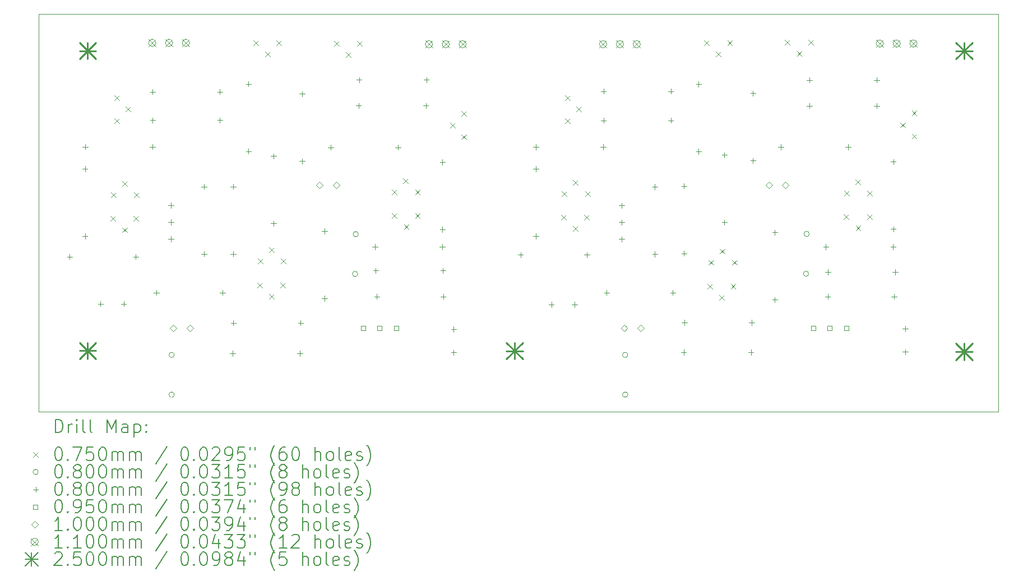
<source format=gbr>
%FSLAX45Y45*%
G04 Gerber Fmt 4.5, Leading zero omitted, Abs format (unit mm)*
G04 Created by KiCad (PCBNEW (6.0.5)) date 2022-05-30 11:18:54*
%MOMM*%
%LPD*%
G01*
G04 APERTURE LIST*
%TA.AperFunction,Profile*%
%ADD10C,0.100000*%
%TD*%
%ADD11C,0.200000*%
%ADD12C,0.075000*%
%ADD13C,0.080000*%
%ADD14C,0.095000*%
%ADD15C,0.100000*%
%ADD16C,0.110000*%
%ADD17C,0.250000*%
G04 APERTURE END LIST*
D10*
X4890000Y-5858000D02*
X19390000Y-5858000D01*
X19390000Y-5858000D02*
X19390000Y-11858000D01*
X19390000Y-11858000D02*
X4890000Y-11858000D01*
X4890000Y-11858000D02*
X4890000Y-5858000D01*
D11*
D12*
X5972500Y-8906500D02*
X6047500Y-8981500D01*
X6047500Y-8906500D02*
X5972500Y-8981500D01*
X5981750Y-8546500D02*
X6056750Y-8621500D01*
X6056750Y-8546500D02*
X5981750Y-8621500D01*
X6032500Y-7079750D02*
X6107500Y-7154750D01*
X6107500Y-7079750D02*
X6032500Y-7154750D01*
X6032500Y-7429750D02*
X6107500Y-7504750D01*
X6107500Y-7429750D02*
X6032500Y-7504750D01*
X6151750Y-8376500D02*
X6226750Y-8451500D01*
X6226750Y-8376500D02*
X6151750Y-8451500D01*
X6152500Y-9076500D02*
X6227500Y-9151500D01*
X6227500Y-9076500D02*
X6152500Y-9151500D01*
X6202500Y-7249750D02*
X6277500Y-7324750D01*
X6277500Y-7249750D02*
X6202500Y-7324750D01*
X6322500Y-8906500D02*
X6397500Y-8981500D01*
X6397500Y-8906500D02*
X6322500Y-8981500D01*
X6331750Y-8546500D02*
X6406750Y-8621500D01*
X6406750Y-8546500D02*
X6331750Y-8621500D01*
X8132500Y-6252500D02*
X8207500Y-6327500D01*
X8207500Y-6252500D02*
X8132500Y-6327500D01*
X8193250Y-9910500D02*
X8268250Y-9985500D01*
X8268250Y-9910500D02*
X8193250Y-9985500D01*
X8201750Y-9546500D02*
X8276750Y-9621500D01*
X8276750Y-9546500D02*
X8201750Y-9621500D01*
X8312500Y-6422500D02*
X8387500Y-6497500D01*
X8387500Y-6422500D02*
X8312500Y-6497500D01*
X8371750Y-9376500D02*
X8446750Y-9451500D01*
X8446750Y-9376500D02*
X8371750Y-9451500D01*
X8373250Y-10080500D02*
X8448250Y-10155500D01*
X8448250Y-10080500D02*
X8373250Y-10155500D01*
X8482500Y-6252500D02*
X8557500Y-6327500D01*
X8557500Y-6252500D02*
X8482500Y-6327500D01*
X8543250Y-9910500D02*
X8618250Y-9985500D01*
X8618250Y-9910500D02*
X8543250Y-9985500D01*
X8551750Y-9546500D02*
X8626750Y-9621500D01*
X8626750Y-9546500D02*
X8551750Y-9621500D01*
X9352500Y-6260500D02*
X9427500Y-6335500D01*
X9427500Y-6260500D02*
X9352500Y-6335500D01*
X9532500Y-6430500D02*
X9607500Y-6505500D01*
X9607500Y-6430500D02*
X9532500Y-6505500D01*
X9702500Y-6260500D02*
X9777500Y-6335500D01*
X9777500Y-6260500D02*
X9702500Y-6335500D01*
X10226750Y-8508500D02*
X10301750Y-8583500D01*
X10301750Y-8508500D02*
X10226750Y-8583500D01*
X10227500Y-8862500D02*
X10302500Y-8937500D01*
X10302500Y-8862500D02*
X10227500Y-8937500D01*
X10396750Y-8338500D02*
X10471750Y-8413500D01*
X10471750Y-8338500D02*
X10396750Y-8413500D01*
X10407500Y-9032500D02*
X10482500Y-9107500D01*
X10482500Y-9032500D02*
X10407500Y-9107500D01*
X10576750Y-8508500D02*
X10651750Y-8583500D01*
X10651750Y-8508500D02*
X10576750Y-8583500D01*
X10577500Y-8862500D02*
X10652500Y-8937500D01*
X10652500Y-8862500D02*
X10577500Y-8937500D01*
X11108500Y-7501250D02*
X11183500Y-7576250D01*
X11183500Y-7501250D02*
X11108500Y-7576250D01*
X11278500Y-7321250D02*
X11353500Y-7396250D01*
X11353500Y-7321250D02*
X11278500Y-7396250D01*
X11278500Y-7671250D02*
X11353500Y-7746250D01*
X11353500Y-7671250D02*
X11278500Y-7746250D01*
X12783250Y-8886500D02*
X12858250Y-8961500D01*
X12858250Y-8886500D02*
X12783250Y-8961500D01*
X12793250Y-8528500D02*
X12868250Y-8603500D01*
X12868250Y-8528500D02*
X12793250Y-8603500D01*
X12842500Y-7082500D02*
X12917500Y-7157500D01*
X12917500Y-7082500D02*
X12842500Y-7157500D01*
X12842500Y-7432500D02*
X12917500Y-7507500D01*
X12917500Y-7432500D02*
X12842500Y-7507500D01*
X12963250Y-8358500D02*
X13038250Y-8433500D01*
X13038250Y-8358500D02*
X12963250Y-8433500D01*
X12963250Y-9056500D02*
X13038250Y-9131500D01*
X13038250Y-9056500D02*
X12963250Y-9131500D01*
X13012500Y-7252500D02*
X13087500Y-7327500D01*
X13087500Y-7252500D02*
X13012500Y-7327500D01*
X13133250Y-8886500D02*
X13208250Y-8961500D01*
X13208250Y-8886500D02*
X13133250Y-8961500D01*
X13143250Y-8528500D02*
X13218250Y-8603500D01*
X13218250Y-8528500D02*
X13143250Y-8603500D01*
X14942500Y-6252500D02*
X15017500Y-6327500D01*
X15017500Y-6252500D02*
X14942500Y-6327500D01*
X14993250Y-9926500D02*
X15068250Y-10001500D01*
X15068250Y-9926500D02*
X14993250Y-10001500D01*
X15011750Y-9568500D02*
X15086750Y-9643500D01*
X15086750Y-9568500D02*
X15011750Y-9643500D01*
X15122500Y-6422500D02*
X15197500Y-6497500D01*
X15197500Y-6422500D02*
X15122500Y-6497500D01*
X15173250Y-10096500D02*
X15248250Y-10171500D01*
X15248250Y-10096500D02*
X15173250Y-10171500D01*
X15181750Y-9398500D02*
X15256750Y-9473500D01*
X15256750Y-9398500D02*
X15181750Y-9473500D01*
X15292500Y-6252500D02*
X15367500Y-6327500D01*
X15367500Y-6252500D02*
X15292500Y-6327500D01*
X15343250Y-9926500D02*
X15418250Y-10001500D01*
X15418250Y-9926500D02*
X15343250Y-10001500D01*
X15361750Y-9568500D02*
X15436750Y-9643500D01*
X15436750Y-9568500D02*
X15361750Y-9643500D01*
X16163250Y-6246500D02*
X16238250Y-6321500D01*
X16238250Y-6246500D02*
X16163250Y-6321500D01*
X16343250Y-6416500D02*
X16418250Y-6491500D01*
X16418250Y-6416500D02*
X16343250Y-6491500D01*
X16513250Y-6246500D02*
X16588250Y-6321500D01*
X16588250Y-6246500D02*
X16513250Y-6321500D01*
X17052500Y-8876500D02*
X17127500Y-8951500D01*
X17127500Y-8876500D02*
X17052500Y-8951500D01*
X17056750Y-8523500D02*
X17131750Y-8598500D01*
X17131750Y-8523500D02*
X17056750Y-8598500D01*
X17226750Y-8353500D02*
X17301750Y-8428500D01*
X17301750Y-8353500D02*
X17226750Y-8428500D01*
X17232500Y-9046500D02*
X17307500Y-9121500D01*
X17307500Y-9046500D02*
X17232500Y-9121500D01*
X17402500Y-8876500D02*
X17477500Y-8951500D01*
X17477500Y-8876500D02*
X17402500Y-8951500D01*
X17406750Y-8523500D02*
X17481750Y-8598500D01*
X17481750Y-8523500D02*
X17406750Y-8598500D01*
X17908500Y-7493250D02*
X17983500Y-7568250D01*
X17983500Y-7493250D02*
X17908500Y-7568250D01*
X18078500Y-7313250D02*
X18153500Y-7388250D01*
X18153500Y-7313250D02*
X18078500Y-7388250D01*
X18078500Y-7663250D02*
X18153500Y-7738250D01*
X18153500Y-7663250D02*
X18078500Y-7738250D01*
D13*
X6940000Y-11000000D02*
G75*
G03*
X6940000Y-11000000I-40000J0D01*
G01*
X6940000Y-11600000D02*
G75*
G03*
X6940000Y-11600000I-40000J0D01*
G01*
X9710000Y-9778000D02*
G75*
G03*
X9710000Y-9778000I-40000J0D01*
G01*
X9720000Y-9178000D02*
G75*
G03*
X9720000Y-9178000I-40000J0D01*
G01*
X13790000Y-11000000D02*
G75*
G03*
X13790000Y-11000000I-40000J0D01*
G01*
X13790000Y-11600000D02*
G75*
G03*
X13790000Y-11600000I-40000J0D01*
G01*
X16520000Y-9774735D02*
G75*
G03*
X16520000Y-9774735I-40000J0D01*
G01*
X16530000Y-9174735D02*
G75*
G03*
X16530000Y-9174735I-40000J0D01*
G01*
X5360000Y-9478000D02*
X5360000Y-9558000D01*
X5320000Y-9518000D02*
X5400000Y-9518000D01*
X5590000Y-8150000D02*
X5590000Y-8230000D01*
X5550000Y-8190000D02*
X5630000Y-8190000D01*
X5590000Y-9166000D02*
X5590000Y-9246000D01*
X5550000Y-9206000D02*
X5630000Y-9206000D01*
X5592000Y-7818000D02*
X5592000Y-7898000D01*
X5552000Y-7858000D02*
X5632000Y-7858000D01*
X5824735Y-10188000D02*
X5824735Y-10268000D01*
X5784735Y-10228000D02*
X5864735Y-10228000D01*
X6174735Y-10188000D02*
X6174735Y-10268000D01*
X6134735Y-10228000D02*
X6214735Y-10228000D01*
X6360000Y-9478000D02*
X6360000Y-9558000D01*
X6320000Y-9518000D02*
X6400000Y-9518000D01*
X6608000Y-7818000D02*
X6608000Y-7898000D01*
X6568000Y-7858000D02*
X6648000Y-7858000D01*
X6612000Y-6988000D02*
X6612000Y-7068000D01*
X6572000Y-7028000D02*
X6652000Y-7028000D01*
X6612000Y-7418000D02*
X6612000Y-7498000D01*
X6572000Y-7458000D02*
X6652000Y-7458000D01*
X6670000Y-10020000D02*
X6670000Y-10100000D01*
X6630000Y-10060000D02*
X6710000Y-10060000D01*
X6887500Y-8702500D02*
X6887500Y-8782500D01*
X6847500Y-8742500D02*
X6927500Y-8742500D01*
X6887500Y-8956500D02*
X6887500Y-9036500D01*
X6847500Y-8996500D02*
X6927500Y-8996500D01*
X6887500Y-9210500D02*
X6887500Y-9290500D01*
X6847500Y-9250500D02*
X6927500Y-9250500D01*
X7390000Y-8420000D02*
X7390000Y-8500000D01*
X7350000Y-8460000D02*
X7430000Y-8460000D01*
X7390000Y-9436000D02*
X7390000Y-9516000D01*
X7350000Y-9476000D02*
X7430000Y-9476000D01*
X7628000Y-6988000D02*
X7628000Y-7068000D01*
X7588000Y-7028000D02*
X7668000Y-7028000D01*
X7628000Y-7418000D02*
X7628000Y-7498000D01*
X7588000Y-7458000D02*
X7668000Y-7458000D01*
X7670000Y-10020000D02*
X7670000Y-10100000D01*
X7630000Y-10060000D02*
X7710000Y-10060000D01*
X7822000Y-10938000D02*
X7822000Y-11018000D01*
X7782000Y-10978000D02*
X7862000Y-10978000D01*
X7830000Y-8420000D02*
X7830000Y-8500000D01*
X7790000Y-8460000D02*
X7870000Y-8460000D01*
X7830000Y-9436000D02*
X7830000Y-9516000D01*
X7790000Y-9476000D02*
X7870000Y-9476000D01*
X7832000Y-10478000D02*
X7832000Y-10558000D01*
X7792000Y-10518000D02*
X7872000Y-10518000D01*
X8060000Y-6870000D02*
X8060000Y-6950000D01*
X8020000Y-6910000D02*
X8100000Y-6910000D01*
X8060000Y-7886000D02*
X8060000Y-7966000D01*
X8020000Y-7926000D02*
X8100000Y-7926000D01*
X8440000Y-7960000D02*
X8440000Y-8040000D01*
X8400000Y-8000000D02*
X8480000Y-8000000D01*
X8440000Y-8976000D02*
X8440000Y-9056000D01*
X8400000Y-9016000D02*
X8480000Y-9016000D01*
X8838000Y-10938000D02*
X8838000Y-11018000D01*
X8798000Y-10978000D02*
X8878000Y-10978000D01*
X8848000Y-10478000D02*
X8848000Y-10558000D01*
X8808000Y-10518000D02*
X8888000Y-10518000D01*
X8870000Y-7020000D02*
X8870000Y-7100000D01*
X8830000Y-7060000D02*
X8910000Y-7060000D01*
X8870000Y-8036000D02*
X8870000Y-8116000D01*
X8830000Y-8076000D02*
X8910000Y-8076000D01*
X9210000Y-9090000D02*
X9210000Y-9170000D01*
X9170000Y-9130000D02*
X9250000Y-9130000D01*
X9210000Y-10106000D02*
X9210000Y-10186000D01*
X9170000Y-10146000D02*
X9250000Y-10146000D01*
X9304000Y-7828000D02*
X9304000Y-7908000D01*
X9264000Y-7868000D02*
X9344000Y-7868000D01*
X9722000Y-7198000D02*
X9722000Y-7278000D01*
X9682000Y-7238000D02*
X9762000Y-7238000D01*
X9732000Y-6808000D02*
X9732000Y-6888000D01*
X9692000Y-6848000D02*
X9772000Y-6848000D01*
X9972000Y-9328000D02*
X9972000Y-9408000D01*
X9932000Y-9368000D02*
X10012000Y-9368000D01*
X9982000Y-9688000D02*
X9982000Y-9768000D01*
X9942000Y-9728000D02*
X10022000Y-9728000D01*
X10000000Y-10078000D02*
X10000000Y-10158000D01*
X9960000Y-10118000D02*
X10040000Y-10118000D01*
X10320000Y-7828000D02*
X10320000Y-7908000D01*
X10280000Y-7868000D02*
X10360000Y-7868000D01*
X10738000Y-7198000D02*
X10738000Y-7278000D01*
X10698000Y-7238000D02*
X10778000Y-7238000D01*
X10748000Y-6808000D02*
X10748000Y-6888000D01*
X10708000Y-6848000D02*
X10788000Y-6848000D01*
X10988000Y-9328000D02*
X10988000Y-9408000D01*
X10948000Y-9368000D02*
X11028000Y-9368000D01*
X10990000Y-8050000D02*
X10990000Y-8130000D01*
X10950000Y-8090000D02*
X11030000Y-8090000D01*
X10990000Y-9066000D02*
X10990000Y-9146000D01*
X10950000Y-9106000D02*
X11030000Y-9106000D01*
X10998000Y-9688000D02*
X10998000Y-9768000D01*
X10958000Y-9728000D02*
X11038000Y-9728000D01*
X11000000Y-10078000D02*
X11000000Y-10158000D01*
X10960000Y-10118000D02*
X11040000Y-10118000D01*
X11160000Y-10573265D02*
X11160000Y-10653265D01*
X11120000Y-10613265D02*
X11200000Y-10613265D01*
X11160000Y-10923265D02*
X11160000Y-11003265D01*
X11120000Y-10963265D02*
X11200000Y-10963265D01*
X12170000Y-9450000D02*
X12170000Y-9530000D01*
X12130000Y-9490000D02*
X12210000Y-9490000D01*
X12400000Y-8152000D02*
X12400000Y-8232000D01*
X12360000Y-8192000D02*
X12440000Y-8192000D01*
X12400000Y-9168000D02*
X12400000Y-9248000D01*
X12360000Y-9208000D02*
X12440000Y-9208000D01*
X12402000Y-7820000D02*
X12402000Y-7900000D01*
X12362000Y-7860000D02*
X12442000Y-7860000D01*
X12634735Y-10200000D02*
X12634735Y-10280000D01*
X12594735Y-10240000D02*
X12674735Y-10240000D01*
X12984735Y-10200000D02*
X12984735Y-10280000D01*
X12944735Y-10240000D02*
X13024735Y-10240000D01*
X13170000Y-9450000D02*
X13170000Y-9530000D01*
X13130000Y-9490000D02*
X13210000Y-9490000D01*
X13418000Y-7820000D02*
X13418000Y-7900000D01*
X13378000Y-7860000D02*
X13458000Y-7860000D01*
X13422000Y-6980000D02*
X13422000Y-7060000D01*
X13382000Y-7020000D02*
X13462000Y-7020000D01*
X13422000Y-7420000D02*
X13422000Y-7500000D01*
X13382000Y-7460000D02*
X13462000Y-7460000D01*
X13470000Y-10020000D02*
X13470000Y-10100000D01*
X13430000Y-10060000D02*
X13510000Y-10060000D01*
X13697500Y-8704500D02*
X13697500Y-8784500D01*
X13657500Y-8744500D02*
X13737500Y-8744500D01*
X13697500Y-8958500D02*
X13697500Y-9038500D01*
X13657500Y-8998500D02*
X13737500Y-8998500D01*
X13697500Y-9212500D02*
X13697500Y-9292500D01*
X13657500Y-9252500D02*
X13737500Y-9252500D01*
X14200000Y-8422000D02*
X14200000Y-8502000D01*
X14160000Y-8462000D02*
X14240000Y-8462000D01*
X14200000Y-9438000D02*
X14200000Y-9518000D01*
X14160000Y-9478000D02*
X14240000Y-9478000D01*
X14438000Y-6980000D02*
X14438000Y-7060000D01*
X14398000Y-7020000D02*
X14478000Y-7020000D01*
X14438000Y-7420000D02*
X14438000Y-7500000D01*
X14398000Y-7460000D02*
X14478000Y-7460000D01*
X14470000Y-10020000D02*
X14470000Y-10100000D01*
X14430000Y-10060000D02*
X14510000Y-10060000D01*
X14634000Y-10920000D02*
X14634000Y-11000000D01*
X14594000Y-10960000D02*
X14674000Y-10960000D01*
X14640000Y-8412000D02*
X14640000Y-8492000D01*
X14600000Y-8452000D02*
X14680000Y-8452000D01*
X14640000Y-9428000D02*
X14640000Y-9508000D01*
X14600000Y-9468000D02*
X14680000Y-9468000D01*
X14644000Y-10470000D02*
X14644000Y-10550000D01*
X14604000Y-10510000D02*
X14684000Y-10510000D01*
X14860000Y-6872000D02*
X14860000Y-6952000D01*
X14820000Y-6912000D02*
X14900000Y-6912000D01*
X14860000Y-7888000D02*
X14860000Y-7968000D01*
X14820000Y-7928000D02*
X14900000Y-7928000D01*
X15250000Y-7942000D02*
X15250000Y-8022000D01*
X15210000Y-7982000D02*
X15290000Y-7982000D01*
X15250000Y-8958000D02*
X15250000Y-9038000D01*
X15210000Y-8998000D02*
X15290000Y-8998000D01*
X15650000Y-10920000D02*
X15650000Y-11000000D01*
X15610000Y-10960000D02*
X15690000Y-10960000D01*
X15660000Y-10470000D02*
X15660000Y-10550000D01*
X15620000Y-10510000D02*
X15700000Y-10510000D01*
X15680000Y-7012000D02*
X15680000Y-7092000D01*
X15640000Y-7052000D02*
X15720000Y-7052000D01*
X15680000Y-8028000D02*
X15680000Y-8108000D01*
X15640000Y-8068000D02*
X15720000Y-8068000D01*
X16010000Y-9112000D02*
X16010000Y-9192000D01*
X15970000Y-9152000D02*
X16050000Y-9152000D01*
X16010000Y-10128000D02*
X16010000Y-10208000D01*
X15970000Y-10168000D02*
X16050000Y-10168000D01*
X16102000Y-7820000D02*
X16102000Y-7900000D01*
X16062000Y-7860000D02*
X16142000Y-7860000D01*
X16532000Y-6810000D02*
X16532000Y-6890000D01*
X16492000Y-6850000D02*
X16572000Y-6850000D01*
X16532000Y-7200000D02*
X16532000Y-7280000D01*
X16492000Y-7240000D02*
X16572000Y-7240000D01*
X16782000Y-9330000D02*
X16782000Y-9410000D01*
X16742000Y-9370000D02*
X16822000Y-9370000D01*
X16810000Y-10080000D02*
X16810000Y-10160000D01*
X16770000Y-10120000D02*
X16850000Y-10120000D01*
X16812000Y-9710000D02*
X16812000Y-9790000D01*
X16772000Y-9750000D02*
X16852000Y-9750000D01*
X17118000Y-7820000D02*
X17118000Y-7900000D01*
X17078000Y-7860000D02*
X17158000Y-7860000D01*
X17548000Y-6810000D02*
X17548000Y-6890000D01*
X17508000Y-6850000D02*
X17588000Y-6850000D01*
X17548000Y-7200000D02*
X17548000Y-7280000D01*
X17508000Y-7240000D02*
X17588000Y-7240000D01*
X17798000Y-9330000D02*
X17798000Y-9410000D01*
X17758000Y-9370000D02*
X17838000Y-9370000D01*
X17800000Y-8044000D02*
X17800000Y-8124000D01*
X17760000Y-8084000D02*
X17840000Y-8084000D01*
X17800000Y-9060000D02*
X17800000Y-9140000D01*
X17760000Y-9100000D02*
X17840000Y-9100000D01*
X17810000Y-10080000D02*
X17810000Y-10160000D01*
X17770000Y-10120000D02*
X17850000Y-10120000D01*
X17828000Y-9710000D02*
X17828000Y-9790000D01*
X17788000Y-9750000D02*
X17868000Y-9750000D01*
X17980000Y-10565265D02*
X17980000Y-10645265D01*
X17940000Y-10605265D02*
X18020000Y-10605265D01*
X17980000Y-10915265D02*
X17980000Y-10995265D01*
X17940000Y-10955265D02*
X18020000Y-10955265D01*
D14*
X9823588Y-10628338D02*
X9823588Y-10561162D01*
X9756412Y-10561162D01*
X9756412Y-10628338D01*
X9823588Y-10628338D01*
X10073588Y-10628338D02*
X10073588Y-10561162D01*
X10006412Y-10561162D01*
X10006412Y-10628338D01*
X10073588Y-10628338D01*
X10323588Y-10628338D02*
X10323588Y-10561162D01*
X10256412Y-10561162D01*
X10256412Y-10628338D01*
X10323588Y-10628338D01*
X16623588Y-10633588D02*
X16623588Y-10566412D01*
X16556412Y-10566412D01*
X16556412Y-10633588D01*
X16623588Y-10633588D01*
X16873588Y-10633588D02*
X16873588Y-10566412D01*
X16806412Y-10566412D01*
X16806412Y-10633588D01*
X16873588Y-10633588D01*
X17123588Y-10633588D02*
X17123588Y-10566412D01*
X17056412Y-10566412D01*
X17056412Y-10633588D01*
X17123588Y-10633588D01*
D15*
X6925000Y-10644750D02*
X6975000Y-10594750D01*
X6925000Y-10544750D01*
X6875000Y-10594750D01*
X6925000Y-10644750D01*
X7175000Y-10644750D02*
X7225000Y-10594750D01*
X7175000Y-10544750D01*
X7125000Y-10594750D01*
X7175000Y-10644750D01*
X9135000Y-8488000D02*
X9185000Y-8438000D01*
X9135000Y-8388000D01*
X9085000Y-8438000D01*
X9135000Y-8488000D01*
X9385000Y-8488000D02*
X9435000Y-8438000D01*
X9385000Y-8388000D01*
X9335000Y-8438000D01*
X9385000Y-8488000D01*
X13735000Y-10646750D02*
X13785000Y-10596750D01*
X13735000Y-10546750D01*
X13685000Y-10596750D01*
X13735000Y-10646750D01*
X13985000Y-10646750D02*
X14035000Y-10596750D01*
X13985000Y-10546750D01*
X13935000Y-10596750D01*
X13985000Y-10646750D01*
X15920000Y-8490000D02*
X15970000Y-8440000D01*
X15920000Y-8390000D01*
X15870000Y-8440000D01*
X15920000Y-8490000D01*
X16170000Y-8490000D02*
X16220000Y-8440000D01*
X16170000Y-8390000D01*
X16120000Y-8440000D01*
X16170000Y-8490000D01*
D16*
X6551000Y-6235250D02*
X6661000Y-6345250D01*
X6661000Y-6235250D02*
X6551000Y-6345250D01*
X6661000Y-6290250D02*
G75*
G03*
X6661000Y-6290250I-55000J0D01*
G01*
X6805000Y-6235250D02*
X6915000Y-6345250D01*
X6915000Y-6235250D02*
X6805000Y-6345250D01*
X6915000Y-6290250D02*
G75*
G03*
X6915000Y-6290250I-55000J0D01*
G01*
X7059000Y-6235250D02*
X7169000Y-6345250D01*
X7169000Y-6235250D02*
X7059000Y-6345250D01*
X7169000Y-6290250D02*
G75*
G03*
X7169000Y-6290250I-55000J0D01*
G01*
X10731000Y-6255250D02*
X10841000Y-6365250D01*
X10841000Y-6255250D02*
X10731000Y-6365250D01*
X10841000Y-6310250D02*
G75*
G03*
X10841000Y-6310250I-55000J0D01*
G01*
X10985000Y-6255250D02*
X11095000Y-6365250D01*
X11095000Y-6255250D02*
X10985000Y-6365250D01*
X11095000Y-6310250D02*
G75*
G03*
X11095000Y-6310250I-55000J0D01*
G01*
X11239000Y-6255250D02*
X11349000Y-6365250D01*
X11349000Y-6255250D02*
X11239000Y-6365250D01*
X11349000Y-6310250D02*
G75*
G03*
X11349000Y-6310250I-55000J0D01*
G01*
X13361000Y-6255000D02*
X13471000Y-6365000D01*
X13471000Y-6255000D02*
X13361000Y-6365000D01*
X13471000Y-6310000D02*
G75*
G03*
X13471000Y-6310000I-55000J0D01*
G01*
X13615000Y-6255000D02*
X13725000Y-6365000D01*
X13725000Y-6255000D02*
X13615000Y-6365000D01*
X13725000Y-6310000D02*
G75*
G03*
X13725000Y-6310000I-55000J0D01*
G01*
X13869000Y-6255000D02*
X13979000Y-6365000D01*
X13979000Y-6255000D02*
X13869000Y-6365000D01*
X13979000Y-6310000D02*
G75*
G03*
X13979000Y-6310000I-55000J0D01*
G01*
X17541000Y-6245000D02*
X17651000Y-6355000D01*
X17651000Y-6245000D02*
X17541000Y-6355000D01*
X17651000Y-6300000D02*
G75*
G03*
X17651000Y-6300000I-55000J0D01*
G01*
X17795000Y-6245000D02*
X17905000Y-6355000D01*
X17905000Y-6245000D02*
X17795000Y-6355000D01*
X17905000Y-6300000D02*
G75*
G03*
X17905000Y-6300000I-55000J0D01*
G01*
X18049000Y-6245000D02*
X18159000Y-6355000D01*
X18159000Y-6245000D02*
X18049000Y-6355000D01*
X18159000Y-6300000D02*
G75*
G03*
X18159000Y-6300000I-55000J0D01*
G01*
D17*
X5505000Y-6285000D02*
X5755000Y-6535000D01*
X5755000Y-6285000D02*
X5505000Y-6535000D01*
X5630000Y-6285000D02*
X5630000Y-6535000D01*
X5505000Y-6410000D02*
X5755000Y-6410000D01*
X5505000Y-10813000D02*
X5755000Y-11063000D01*
X5755000Y-10813000D02*
X5505000Y-11063000D01*
X5630000Y-10813000D02*
X5630000Y-11063000D01*
X5505000Y-10938000D02*
X5755000Y-10938000D01*
X11955000Y-10815000D02*
X12205000Y-11065000D01*
X12205000Y-10815000D02*
X11955000Y-11065000D01*
X12080000Y-10815000D02*
X12080000Y-11065000D01*
X11955000Y-10940000D02*
X12205000Y-10940000D01*
X18745000Y-6285000D02*
X18995000Y-6535000D01*
X18995000Y-6285000D02*
X18745000Y-6535000D01*
X18870000Y-6285000D02*
X18870000Y-6535000D01*
X18745000Y-6410000D02*
X18995000Y-6410000D01*
X18745000Y-10825000D02*
X18995000Y-11075000D01*
X18995000Y-10825000D02*
X18745000Y-11075000D01*
X18870000Y-10825000D02*
X18870000Y-11075000D01*
X18745000Y-10950000D02*
X18995000Y-10950000D01*
D11*
X5142619Y-12173476D02*
X5142619Y-11973476D01*
X5190238Y-11973476D01*
X5218810Y-11983000D01*
X5237857Y-12002048D01*
X5247381Y-12021095D01*
X5256905Y-12059190D01*
X5256905Y-12087762D01*
X5247381Y-12125857D01*
X5237857Y-12144905D01*
X5218810Y-12163952D01*
X5190238Y-12173476D01*
X5142619Y-12173476D01*
X5342619Y-12173476D02*
X5342619Y-12040143D01*
X5342619Y-12078238D02*
X5352143Y-12059190D01*
X5361667Y-12049667D01*
X5380714Y-12040143D01*
X5399762Y-12040143D01*
X5466429Y-12173476D02*
X5466429Y-12040143D01*
X5466429Y-11973476D02*
X5456905Y-11983000D01*
X5466429Y-11992524D01*
X5475952Y-11983000D01*
X5466429Y-11973476D01*
X5466429Y-11992524D01*
X5590238Y-12173476D02*
X5571190Y-12163952D01*
X5561667Y-12144905D01*
X5561667Y-11973476D01*
X5695000Y-12173476D02*
X5675952Y-12163952D01*
X5666428Y-12144905D01*
X5666428Y-11973476D01*
X5923571Y-12173476D02*
X5923571Y-11973476D01*
X5990238Y-12116333D01*
X6056905Y-11973476D01*
X6056905Y-12173476D01*
X6237857Y-12173476D02*
X6237857Y-12068714D01*
X6228333Y-12049667D01*
X6209286Y-12040143D01*
X6171190Y-12040143D01*
X6152143Y-12049667D01*
X6237857Y-12163952D02*
X6218809Y-12173476D01*
X6171190Y-12173476D01*
X6152143Y-12163952D01*
X6142619Y-12144905D01*
X6142619Y-12125857D01*
X6152143Y-12106809D01*
X6171190Y-12097286D01*
X6218809Y-12097286D01*
X6237857Y-12087762D01*
X6333095Y-12040143D02*
X6333095Y-12240143D01*
X6333095Y-12049667D02*
X6352143Y-12040143D01*
X6390238Y-12040143D01*
X6409286Y-12049667D01*
X6418809Y-12059190D01*
X6428333Y-12078238D01*
X6428333Y-12135381D01*
X6418809Y-12154428D01*
X6409286Y-12163952D01*
X6390238Y-12173476D01*
X6352143Y-12173476D01*
X6333095Y-12163952D01*
X6514048Y-12154428D02*
X6523571Y-12163952D01*
X6514048Y-12173476D01*
X6504524Y-12163952D01*
X6514048Y-12154428D01*
X6514048Y-12173476D01*
X6514048Y-12049667D02*
X6523571Y-12059190D01*
X6514048Y-12068714D01*
X6504524Y-12059190D01*
X6514048Y-12049667D01*
X6514048Y-12068714D01*
D12*
X4810000Y-12465500D02*
X4885000Y-12540500D01*
X4885000Y-12465500D02*
X4810000Y-12540500D01*
D11*
X5180714Y-12393476D02*
X5199762Y-12393476D01*
X5218810Y-12403000D01*
X5228333Y-12412524D01*
X5237857Y-12431571D01*
X5247381Y-12469667D01*
X5247381Y-12517286D01*
X5237857Y-12555381D01*
X5228333Y-12574428D01*
X5218810Y-12583952D01*
X5199762Y-12593476D01*
X5180714Y-12593476D01*
X5161667Y-12583952D01*
X5152143Y-12574428D01*
X5142619Y-12555381D01*
X5133095Y-12517286D01*
X5133095Y-12469667D01*
X5142619Y-12431571D01*
X5152143Y-12412524D01*
X5161667Y-12403000D01*
X5180714Y-12393476D01*
X5333095Y-12574428D02*
X5342619Y-12583952D01*
X5333095Y-12593476D01*
X5323571Y-12583952D01*
X5333095Y-12574428D01*
X5333095Y-12593476D01*
X5409286Y-12393476D02*
X5542619Y-12393476D01*
X5456905Y-12593476D01*
X5714048Y-12393476D02*
X5618809Y-12393476D01*
X5609286Y-12488714D01*
X5618809Y-12479190D01*
X5637857Y-12469667D01*
X5685476Y-12469667D01*
X5704524Y-12479190D01*
X5714048Y-12488714D01*
X5723571Y-12507762D01*
X5723571Y-12555381D01*
X5714048Y-12574428D01*
X5704524Y-12583952D01*
X5685476Y-12593476D01*
X5637857Y-12593476D01*
X5618809Y-12583952D01*
X5609286Y-12574428D01*
X5847381Y-12393476D02*
X5866428Y-12393476D01*
X5885476Y-12403000D01*
X5895000Y-12412524D01*
X5904524Y-12431571D01*
X5914048Y-12469667D01*
X5914048Y-12517286D01*
X5904524Y-12555381D01*
X5895000Y-12574428D01*
X5885476Y-12583952D01*
X5866428Y-12593476D01*
X5847381Y-12593476D01*
X5828333Y-12583952D01*
X5818809Y-12574428D01*
X5809286Y-12555381D01*
X5799762Y-12517286D01*
X5799762Y-12469667D01*
X5809286Y-12431571D01*
X5818809Y-12412524D01*
X5828333Y-12403000D01*
X5847381Y-12393476D01*
X5999762Y-12593476D02*
X5999762Y-12460143D01*
X5999762Y-12479190D02*
X6009286Y-12469667D01*
X6028333Y-12460143D01*
X6056905Y-12460143D01*
X6075952Y-12469667D01*
X6085476Y-12488714D01*
X6085476Y-12593476D01*
X6085476Y-12488714D02*
X6095000Y-12469667D01*
X6114048Y-12460143D01*
X6142619Y-12460143D01*
X6161667Y-12469667D01*
X6171190Y-12488714D01*
X6171190Y-12593476D01*
X6266428Y-12593476D02*
X6266428Y-12460143D01*
X6266428Y-12479190D02*
X6275952Y-12469667D01*
X6295000Y-12460143D01*
X6323571Y-12460143D01*
X6342619Y-12469667D01*
X6352143Y-12488714D01*
X6352143Y-12593476D01*
X6352143Y-12488714D02*
X6361667Y-12469667D01*
X6380714Y-12460143D01*
X6409286Y-12460143D01*
X6428333Y-12469667D01*
X6437857Y-12488714D01*
X6437857Y-12593476D01*
X6828333Y-12383952D02*
X6656905Y-12641095D01*
X7085476Y-12393476D02*
X7104524Y-12393476D01*
X7123571Y-12403000D01*
X7133095Y-12412524D01*
X7142619Y-12431571D01*
X7152143Y-12469667D01*
X7152143Y-12517286D01*
X7142619Y-12555381D01*
X7133095Y-12574428D01*
X7123571Y-12583952D01*
X7104524Y-12593476D01*
X7085476Y-12593476D01*
X7066428Y-12583952D01*
X7056905Y-12574428D01*
X7047381Y-12555381D01*
X7037857Y-12517286D01*
X7037857Y-12469667D01*
X7047381Y-12431571D01*
X7056905Y-12412524D01*
X7066428Y-12403000D01*
X7085476Y-12393476D01*
X7237857Y-12574428D02*
X7247381Y-12583952D01*
X7237857Y-12593476D01*
X7228333Y-12583952D01*
X7237857Y-12574428D01*
X7237857Y-12593476D01*
X7371190Y-12393476D02*
X7390238Y-12393476D01*
X7409286Y-12403000D01*
X7418809Y-12412524D01*
X7428333Y-12431571D01*
X7437857Y-12469667D01*
X7437857Y-12517286D01*
X7428333Y-12555381D01*
X7418809Y-12574428D01*
X7409286Y-12583952D01*
X7390238Y-12593476D01*
X7371190Y-12593476D01*
X7352143Y-12583952D01*
X7342619Y-12574428D01*
X7333095Y-12555381D01*
X7323571Y-12517286D01*
X7323571Y-12469667D01*
X7333095Y-12431571D01*
X7342619Y-12412524D01*
X7352143Y-12403000D01*
X7371190Y-12393476D01*
X7514048Y-12412524D02*
X7523571Y-12403000D01*
X7542619Y-12393476D01*
X7590238Y-12393476D01*
X7609286Y-12403000D01*
X7618809Y-12412524D01*
X7628333Y-12431571D01*
X7628333Y-12450619D01*
X7618809Y-12479190D01*
X7504524Y-12593476D01*
X7628333Y-12593476D01*
X7723571Y-12593476D02*
X7761667Y-12593476D01*
X7780714Y-12583952D01*
X7790238Y-12574428D01*
X7809286Y-12545857D01*
X7818809Y-12507762D01*
X7818809Y-12431571D01*
X7809286Y-12412524D01*
X7799762Y-12403000D01*
X7780714Y-12393476D01*
X7742619Y-12393476D01*
X7723571Y-12403000D01*
X7714048Y-12412524D01*
X7704524Y-12431571D01*
X7704524Y-12479190D01*
X7714048Y-12498238D01*
X7723571Y-12507762D01*
X7742619Y-12517286D01*
X7780714Y-12517286D01*
X7799762Y-12507762D01*
X7809286Y-12498238D01*
X7818809Y-12479190D01*
X7999762Y-12393476D02*
X7904524Y-12393476D01*
X7895000Y-12488714D01*
X7904524Y-12479190D01*
X7923571Y-12469667D01*
X7971190Y-12469667D01*
X7990238Y-12479190D01*
X7999762Y-12488714D01*
X8009286Y-12507762D01*
X8009286Y-12555381D01*
X7999762Y-12574428D01*
X7990238Y-12583952D01*
X7971190Y-12593476D01*
X7923571Y-12593476D01*
X7904524Y-12583952D01*
X7895000Y-12574428D01*
X8085476Y-12393476D02*
X8085476Y-12431571D01*
X8161667Y-12393476D02*
X8161667Y-12431571D01*
X8456905Y-12669667D02*
X8447381Y-12660143D01*
X8428333Y-12631571D01*
X8418810Y-12612524D01*
X8409286Y-12583952D01*
X8399762Y-12536333D01*
X8399762Y-12498238D01*
X8409286Y-12450619D01*
X8418810Y-12422048D01*
X8428333Y-12403000D01*
X8447381Y-12374428D01*
X8456905Y-12364905D01*
X8618810Y-12393476D02*
X8580714Y-12393476D01*
X8561667Y-12403000D01*
X8552143Y-12412524D01*
X8533095Y-12441095D01*
X8523571Y-12479190D01*
X8523571Y-12555381D01*
X8533095Y-12574428D01*
X8542619Y-12583952D01*
X8561667Y-12593476D01*
X8599762Y-12593476D01*
X8618810Y-12583952D01*
X8628333Y-12574428D01*
X8637857Y-12555381D01*
X8637857Y-12507762D01*
X8628333Y-12488714D01*
X8618810Y-12479190D01*
X8599762Y-12469667D01*
X8561667Y-12469667D01*
X8542619Y-12479190D01*
X8533095Y-12488714D01*
X8523571Y-12507762D01*
X8761667Y-12393476D02*
X8780714Y-12393476D01*
X8799762Y-12403000D01*
X8809286Y-12412524D01*
X8818810Y-12431571D01*
X8828333Y-12469667D01*
X8828333Y-12517286D01*
X8818810Y-12555381D01*
X8809286Y-12574428D01*
X8799762Y-12583952D01*
X8780714Y-12593476D01*
X8761667Y-12593476D01*
X8742619Y-12583952D01*
X8733095Y-12574428D01*
X8723571Y-12555381D01*
X8714048Y-12517286D01*
X8714048Y-12469667D01*
X8723571Y-12431571D01*
X8733095Y-12412524D01*
X8742619Y-12403000D01*
X8761667Y-12393476D01*
X9066429Y-12593476D02*
X9066429Y-12393476D01*
X9152143Y-12593476D02*
X9152143Y-12488714D01*
X9142619Y-12469667D01*
X9123571Y-12460143D01*
X9095000Y-12460143D01*
X9075952Y-12469667D01*
X9066429Y-12479190D01*
X9275952Y-12593476D02*
X9256905Y-12583952D01*
X9247381Y-12574428D01*
X9237857Y-12555381D01*
X9237857Y-12498238D01*
X9247381Y-12479190D01*
X9256905Y-12469667D01*
X9275952Y-12460143D01*
X9304524Y-12460143D01*
X9323571Y-12469667D01*
X9333095Y-12479190D01*
X9342619Y-12498238D01*
X9342619Y-12555381D01*
X9333095Y-12574428D01*
X9323571Y-12583952D01*
X9304524Y-12593476D01*
X9275952Y-12593476D01*
X9456905Y-12593476D02*
X9437857Y-12583952D01*
X9428333Y-12564905D01*
X9428333Y-12393476D01*
X9609286Y-12583952D02*
X9590238Y-12593476D01*
X9552143Y-12593476D01*
X9533095Y-12583952D01*
X9523571Y-12564905D01*
X9523571Y-12488714D01*
X9533095Y-12469667D01*
X9552143Y-12460143D01*
X9590238Y-12460143D01*
X9609286Y-12469667D01*
X9618810Y-12488714D01*
X9618810Y-12507762D01*
X9523571Y-12526809D01*
X9695000Y-12583952D02*
X9714048Y-12593476D01*
X9752143Y-12593476D01*
X9771190Y-12583952D01*
X9780714Y-12564905D01*
X9780714Y-12555381D01*
X9771190Y-12536333D01*
X9752143Y-12526809D01*
X9723571Y-12526809D01*
X9704524Y-12517286D01*
X9695000Y-12498238D01*
X9695000Y-12488714D01*
X9704524Y-12469667D01*
X9723571Y-12460143D01*
X9752143Y-12460143D01*
X9771190Y-12469667D01*
X9847381Y-12669667D02*
X9856905Y-12660143D01*
X9875952Y-12631571D01*
X9885476Y-12612524D01*
X9895000Y-12583952D01*
X9904524Y-12536333D01*
X9904524Y-12498238D01*
X9895000Y-12450619D01*
X9885476Y-12422048D01*
X9875952Y-12403000D01*
X9856905Y-12374428D01*
X9847381Y-12364905D01*
D13*
X4885000Y-12767000D02*
G75*
G03*
X4885000Y-12767000I-40000J0D01*
G01*
D11*
X5180714Y-12657476D02*
X5199762Y-12657476D01*
X5218810Y-12667000D01*
X5228333Y-12676524D01*
X5237857Y-12695571D01*
X5247381Y-12733667D01*
X5247381Y-12781286D01*
X5237857Y-12819381D01*
X5228333Y-12838428D01*
X5218810Y-12847952D01*
X5199762Y-12857476D01*
X5180714Y-12857476D01*
X5161667Y-12847952D01*
X5152143Y-12838428D01*
X5142619Y-12819381D01*
X5133095Y-12781286D01*
X5133095Y-12733667D01*
X5142619Y-12695571D01*
X5152143Y-12676524D01*
X5161667Y-12667000D01*
X5180714Y-12657476D01*
X5333095Y-12838428D02*
X5342619Y-12847952D01*
X5333095Y-12857476D01*
X5323571Y-12847952D01*
X5333095Y-12838428D01*
X5333095Y-12857476D01*
X5456905Y-12743190D02*
X5437857Y-12733667D01*
X5428333Y-12724143D01*
X5418810Y-12705095D01*
X5418810Y-12695571D01*
X5428333Y-12676524D01*
X5437857Y-12667000D01*
X5456905Y-12657476D01*
X5495000Y-12657476D01*
X5514048Y-12667000D01*
X5523571Y-12676524D01*
X5533095Y-12695571D01*
X5533095Y-12705095D01*
X5523571Y-12724143D01*
X5514048Y-12733667D01*
X5495000Y-12743190D01*
X5456905Y-12743190D01*
X5437857Y-12752714D01*
X5428333Y-12762238D01*
X5418810Y-12781286D01*
X5418810Y-12819381D01*
X5428333Y-12838428D01*
X5437857Y-12847952D01*
X5456905Y-12857476D01*
X5495000Y-12857476D01*
X5514048Y-12847952D01*
X5523571Y-12838428D01*
X5533095Y-12819381D01*
X5533095Y-12781286D01*
X5523571Y-12762238D01*
X5514048Y-12752714D01*
X5495000Y-12743190D01*
X5656905Y-12657476D02*
X5675952Y-12657476D01*
X5695000Y-12667000D01*
X5704524Y-12676524D01*
X5714048Y-12695571D01*
X5723571Y-12733667D01*
X5723571Y-12781286D01*
X5714048Y-12819381D01*
X5704524Y-12838428D01*
X5695000Y-12847952D01*
X5675952Y-12857476D01*
X5656905Y-12857476D01*
X5637857Y-12847952D01*
X5628333Y-12838428D01*
X5618809Y-12819381D01*
X5609286Y-12781286D01*
X5609286Y-12733667D01*
X5618809Y-12695571D01*
X5628333Y-12676524D01*
X5637857Y-12667000D01*
X5656905Y-12657476D01*
X5847381Y-12657476D02*
X5866428Y-12657476D01*
X5885476Y-12667000D01*
X5895000Y-12676524D01*
X5904524Y-12695571D01*
X5914048Y-12733667D01*
X5914048Y-12781286D01*
X5904524Y-12819381D01*
X5895000Y-12838428D01*
X5885476Y-12847952D01*
X5866428Y-12857476D01*
X5847381Y-12857476D01*
X5828333Y-12847952D01*
X5818809Y-12838428D01*
X5809286Y-12819381D01*
X5799762Y-12781286D01*
X5799762Y-12733667D01*
X5809286Y-12695571D01*
X5818809Y-12676524D01*
X5828333Y-12667000D01*
X5847381Y-12657476D01*
X5999762Y-12857476D02*
X5999762Y-12724143D01*
X5999762Y-12743190D02*
X6009286Y-12733667D01*
X6028333Y-12724143D01*
X6056905Y-12724143D01*
X6075952Y-12733667D01*
X6085476Y-12752714D01*
X6085476Y-12857476D01*
X6085476Y-12752714D02*
X6095000Y-12733667D01*
X6114048Y-12724143D01*
X6142619Y-12724143D01*
X6161667Y-12733667D01*
X6171190Y-12752714D01*
X6171190Y-12857476D01*
X6266428Y-12857476D02*
X6266428Y-12724143D01*
X6266428Y-12743190D02*
X6275952Y-12733667D01*
X6295000Y-12724143D01*
X6323571Y-12724143D01*
X6342619Y-12733667D01*
X6352143Y-12752714D01*
X6352143Y-12857476D01*
X6352143Y-12752714D02*
X6361667Y-12733667D01*
X6380714Y-12724143D01*
X6409286Y-12724143D01*
X6428333Y-12733667D01*
X6437857Y-12752714D01*
X6437857Y-12857476D01*
X6828333Y-12647952D02*
X6656905Y-12905095D01*
X7085476Y-12657476D02*
X7104524Y-12657476D01*
X7123571Y-12667000D01*
X7133095Y-12676524D01*
X7142619Y-12695571D01*
X7152143Y-12733667D01*
X7152143Y-12781286D01*
X7142619Y-12819381D01*
X7133095Y-12838428D01*
X7123571Y-12847952D01*
X7104524Y-12857476D01*
X7085476Y-12857476D01*
X7066428Y-12847952D01*
X7056905Y-12838428D01*
X7047381Y-12819381D01*
X7037857Y-12781286D01*
X7037857Y-12733667D01*
X7047381Y-12695571D01*
X7056905Y-12676524D01*
X7066428Y-12667000D01*
X7085476Y-12657476D01*
X7237857Y-12838428D02*
X7247381Y-12847952D01*
X7237857Y-12857476D01*
X7228333Y-12847952D01*
X7237857Y-12838428D01*
X7237857Y-12857476D01*
X7371190Y-12657476D02*
X7390238Y-12657476D01*
X7409286Y-12667000D01*
X7418809Y-12676524D01*
X7428333Y-12695571D01*
X7437857Y-12733667D01*
X7437857Y-12781286D01*
X7428333Y-12819381D01*
X7418809Y-12838428D01*
X7409286Y-12847952D01*
X7390238Y-12857476D01*
X7371190Y-12857476D01*
X7352143Y-12847952D01*
X7342619Y-12838428D01*
X7333095Y-12819381D01*
X7323571Y-12781286D01*
X7323571Y-12733667D01*
X7333095Y-12695571D01*
X7342619Y-12676524D01*
X7352143Y-12667000D01*
X7371190Y-12657476D01*
X7504524Y-12657476D02*
X7628333Y-12657476D01*
X7561667Y-12733667D01*
X7590238Y-12733667D01*
X7609286Y-12743190D01*
X7618809Y-12752714D01*
X7628333Y-12771762D01*
X7628333Y-12819381D01*
X7618809Y-12838428D01*
X7609286Y-12847952D01*
X7590238Y-12857476D01*
X7533095Y-12857476D01*
X7514048Y-12847952D01*
X7504524Y-12838428D01*
X7818809Y-12857476D02*
X7704524Y-12857476D01*
X7761667Y-12857476D02*
X7761667Y-12657476D01*
X7742619Y-12686048D01*
X7723571Y-12705095D01*
X7704524Y-12714619D01*
X7999762Y-12657476D02*
X7904524Y-12657476D01*
X7895000Y-12752714D01*
X7904524Y-12743190D01*
X7923571Y-12733667D01*
X7971190Y-12733667D01*
X7990238Y-12743190D01*
X7999762Y-12752714D01*
X8009286Y-12771762D01*
X8009286Y-12819381D01*
X7999762Y-12838428D01*
X7990238Y-12847952D01*
X7971190Y-12857476D01*
X7923571Y-12857476D01*
X7904524Y-12847952D01*
X7895000Y-12838428D01*
X8085476Y-12657476D02*
X8085476Y-12695571D01*
X8161667Y-12657476D02*
X8161667Y-12695571D01*
X8456905Y-12933667D02*
X8447381Y-12924143D01*
X8428333Y-12895571D01*
X8418810Y-12876524D01*
X8409286Y-12847952D01*
X8399762Y-12800333D01*
X8399762Y-12762238D01*
X8409286Y-12714619D01*
X8418810Y-12686048D01*
X8428333Y-12667000D01*
X8447381Y-12638428D01*
X8456905Y-12628905D01*
X8561667Y-12743190D02*
X8542619Y-12733667D01*
X8533095Y-12724143D01*
X8523571Y-12705095D01*
X8523571Y-12695571D01*
X8533095Y-12676524D01*
X8542619Y-12667000D01*
X8561667Y-12657476D01*
X8599762Y-12657476D01*
X8618810Y-12667000D01*
X8628333Y-12676524D01*
X8637857Y-12695571D01*
X8637857Y-12705095D01*
X8628333Y-12724143D01*
X8618810Y-12733667D01*
X8599762Y-12743190D01*
X8561667Y-12743190D01*
X8542619Y-12752714D01*
X8533095Y-12762238D01*
X8523571Y-12781286D01*
X8523571Y-12819381D01*
X8533095Y-12838428D01*
X8542619Y-12847952D01*
X8561667Y-12857476D01*
X8599762Y-12857476D01*
X8618810Y-12847952D01*
X8628333Y-12838428D01*
X8637857Y-12819381D01*
X8637857Y-12781286D01*
X8628333Y-12762238D01*
X8618810Y-12752714D01*
X8599762Y-12743190D01*
X8875952Y-12857476D02*
X8875952Y-12657476D01*
X8961667Y-12857476D02*
X8961667Y-12752714D01*
X8952143Y-12733667D01*
X8933095Y-12724143D01*
X8904524Y-12724143D01*
X8885476Y-12733667D01*
X8875952Y-12743190D01*
X9085476Y-12857476D02*
X9066429Y-12847952D01*
X9056905Y-12838428D01*
X9047381Y-12819381D01*
X9047381Y-12762238D01*
X9056905Y-12743190D01*
X9066429Y-12733667D01*
X9085476Y-12724143D01*
X9114048Y-12724143D01*
X9133095Y-12733667D01*
X9142619Y-12743190D01*
X9152143Y-12762238D01*
X9152143Y-12819381D01*
X9142619Y-12838428D01*
X9133095Y-12847952D01*
X9114048Y-12857476D01*
X9085476Y-12857476D01*
X9266429Y-12857476D02*
X9247381Y-12847952D01*
X9237857Y-12828905D01*
X9237857Y-12657476D01*
X9418810Y-12847952D02*
X9399762Y-12857476D01*
X9361667Y-12857476D01*
X9342619Y-12847952D01*
X9333095Y-12828905D01*
X9333095Y-12752714D01*
X9342619Y-12733667D01*
X9361667Y-12724143D01*
X9399762Y-12724143D01*
X9418810Y-12733667D01*
X9428333Y-12752714D01*
X9428333Y-12771762D01*
X9333095Y-12790809D01*
X9504524Y-12847952D02*
X9523571Y-12857476D01*
X9561667Y-12857476D01*
X9580714Y-12847952D01*
X9590238Y-12828905D01*
X9590238Y-12819381D01*
X9580714Y-12800333D01*
X9561667Y-12790809D01*
X9533095Y-12790809D01*
X9514048Y-12781286D01*
X9504524Y-12762238D01*
X9504524Y-12752714D01*
X9514048Y-12733667D01*
X9533095Y-12724143D01*
X9561667Y-12724143D01*
X9580714Y-12733667D01*
X9656905Y-12933667D02*
X9666429Y-12924143D01*
X9685476Y-12895571D01*
X9695000Y-12876524D01*
X9704524Y-12847952D01*
X9714048Y-12800333D01*
X9714048Y-12762238D01*
X9704524Y-12714619D01*
X9695000Y-12686048D01*
X9685476Y-12667000D01*
X9666429Y-12638428D01*
X9656905Y-12628905D01*
D13*
X4845000Y-12991000D02*
X4845000Y-13071000D01*
X4805000Y-13031000D02*
X4885000Y-13031000D01*
D11*
X5180714Y-12921476D02*
X5199762Y-12921476D01*
X5218810Y-12931000D01*
X5228333Y-12940524D01*
X5237857Y-12959571D01*
X5247381Y-12997667D01*
X5247381Y-13045286D01*
X5237857Y-13083381D01*
X5228333Y-13102428D01*
X5218810Y-13111952D01*
X5199762Y-13121476D01*
X5180714Y-13121476D01*
X5161667Y-13111952D01*
X5152143Y-13102428D01*
X5142619Y-13083381D01*
X5133095Y-13045286D01*
X5133095Y-12997667D01*
X5142619Y-12959571D01*
X5152143Y-12940524D01*
X5161667Y-12931000D01*
X5180714Y-12921476D01*
X5333095Y-13102428D02*
X5342619Y-13111952D01*
X5333095Y-13121476D01*
X5323571Y-13111952D01*
X5333095Y-13102428D01*
X5333095Y-13121476D01*
X5456905Y-13007190D02*
X5437857Y-12997667D01*
X5428333Y-12988143D01*
X5418810Y-12969095D01*
X5418810Y-12959571D01*
X5428333Y-12940524D01*
X5437857Y-12931000D01*
X5456905Y-12921476D01*
X5495000Y-12921476D01*
X5514048Y-12931000D01*
X5523571Y-12940524D01*
X5533095Y-12959571D01*
X5533095Y-12969095D01*
X5523571Y-12988143D01*
X5514048Y-12997667D01*
X5495000Y-13007190D01*
X5456905Y-13007190D01*
X5437857Y-13016714D01*
X5428333Y-13026238D01*
X5418810Y-13045286D01*
X5418810Y-13083381D01*
X5428333Y-13102428D01*
X5437857Y-13111952D01*
X5456905Y-13121476D01*
X5495000Y-13121476D01*
X5514048Y-13111952D01*
X5523571Y-13102428D01*
X5533095Y-13083381D01*
X5533095Y-13045286D01*
X5523571Y-13026238D01*
X5514048Y-13016714D01*
X5495000Y-13007190D01*
X5656905Y-12921476D02*
X5675952Y-12921476D01*
X5695000Y-12931000D01*
X5704524Y-12940524D01*
X5714048Y-12959571D01*
X5723571Y-12997667D01*
X5723571Y-13045286D01*
X5714048Y-13083381D01*
X5704524Y-13102428D01*
X5695000Y-13111952D01*
X5675952Y-13121476D01*
X5656905Y-13121476D01*
X5637857Y-13111952D01*
X5628333Y-13102428D01*
X5618809Y-13083381D01*
X5609286Y-13045286D01*
X5609286Y-12997667D01*
X5618809Y-12959571D01*
X5628333Y-12940524D01*
X5637857Y-12931000D01*
X5656905Y-12921476D01*
X5847381Y-12921476D02*
X5866428Y-12921476D01*
X5885476Y-12931000D01*
X5895000Y-12940524D01*
X5904524Y-12959571D01*
X5914048Y-12997667D01*
X5914048Y-13045286D01*
X5904524Y-13083381D01*
X5895000Y-13102428D01*
X5885476Y-13111952D01*
X5866428Y-13121476D01*
X5847381Y-13121476D01*
X5828333Y-13111952D01*
X5818809Y-13102428D01*
X5809286Y-13083381D01*
X5799762Y-13045286D01*
X5799762Y-12997667D01*
X5809286Y-12959571D01*
X5818809Y-12940524D01*
X5828333Y-12931000D01*
X5847381Y-12921476D01*
X5999762Y-13121476D02*
X5999762Y-12988143D01*
X5999762Y-13007190D02*
X6009286Y-12997667D01*
X6028333Y-12988143D01*
X6056905Y-12988143D01*
X6075952Y-12997667D01*
X6085476Y-13016714D01*
X6085476Y-13121476D01*
X6085476Y-13016714D02*
X6095000Y-12997667D01*
X6114048Y-12988143D01*
X6142619Y-12988143D01*
X6161667Y-12997667D01*
X6171190Y-13016714D01*
X6171190Y-13121476D01*
X6266428Y-13121476D02*
X6266428Y-12988143D01*
X6266428Y-13007190D02*
X6275952Y-12997667D01*
X6295000Y-12988143D01*
X6323571Y-12988143D01*
X6342619Y-12997667D01*
X6352143Y-13016714D01*
X6352143Y-13121476D01*
X6352143Y-13016714D02*
X6361667Y-12997667D01*
X6380714Y-12988143D01*
X6409286Y-12988143D01*
X6428333Y-12997667D01*
X6437857Y-13016714D01*
X6437857Y-13121476D01*
X6828333Y-12911952D02*
X6656905Y-13169095D01*
X7085476Y-12921476D02*
X7104524Y-12921476D01*
X7123571Y-12931000D01*
X7133095Y-12940524D01*
X7142619Y-12959571D01*
X7152143Y-12997667D01*
X7152143Y-13045286D01*
X7142619Y-13083381D01*
X7133095Y-13102428D01*
X7123571Y-13111952D01*
X7104524Y-13121476D01*
X7085476Y-13121476D01*
X7066428Y-13111952D01*
X7056905Y-13102428D01*
X7047381Y-13083381D01*
X7037857Y-13045286D01*
X7037857Y-12997667D01*
X7047381Y-12959571D01*
X7056905Y-12940524D01*
X7066428Y-12931000D01*
X7085476Y-12921476D01*
X7237857Y-13102428D02*
X7247381Y-13111952D01*
X7237857Y-13121476D01*
X7228333Y-13111952D01*
X7237857Y-13102428D01*
X7237857Y-13121476D01*
X7371190Y-12921476D02*
X7390238Y-12921476D01*
X7409286Y-12931000D01*
X7418809Y-12940524D01*
X7428333Y-12959571D01*
X7437857Y-12997667D01*
X7437857Y-13045286D01*
X7428333Y-13083381D01*
X7418809Y-13102428D01*
X7409286Y-13111952D01*
X7390238Y-13121476D01*
X7371190Y-13121476D01*
X7352143Y-13111952D01*
X7342619Y-13102428D01*
X7333095Y-13083381D01*
X7323571Y-13045286D01*
X7323571Y-12997667D01*
X7333095Y-12959571D01*
X7342619Y-12940524D01*
X7352143Y-12931000D01*
X7371190Y-12921476D01*
X7504524Y-12921476D02*
X7628333Y-12921476D01*
X7561667Y-12997667D01*
X7590238Y-12997667D01*
X7609286Y-13007190D01*
X7618809Y-13016714D01*
X7628333Y-13035762D01*
X7628333Y-13083381D01*
X7618809Y-13102428D01*
X7609286Y-13111952D01*
X7590238Y-13121476D01*
X7533095Y-13121476D01*
X7514048Y-13111952D01*
X7504524Y-13102428D01*
X7818809Y-13121476D02*
X7704524Y-13121476D01*
X7761667Y-13121476D02*
X7761667Y-12921476D01*
X7742619Y-12950048D01*
X7723571Y-12969095D01*
X7704524Y-12978619D01*
X7999762Y-12921476D02*
X7904524Y-12921476D01*
X7895000Y-13016714D01*
X7904524Y-13007190D01*
X7923571Y-12997667D01*
X7971190Y-12997667D01*
X7990238Y-13007190D01*
X7999762Y-13016714D01*
X8009286Y-13035762D01*
X8009286Y-13083381D01*
X7999762Y-13102428D01*
X7990238Y-13111952D01*
X7971190Y-13121476D01*
X7923571Y-13121476D01*
X7904524Y-13111952D01*
X7895000Y-13102428D01*
X8085476Y-12921476D02*
X8085476Y-12959571D01*
X8161667Y-12921476D02*
X8161667Y-12959571D01*
X8456905Y-13197667D02*
X8447381Y-13188143D01*
X8428333Y-13159571D01*
X8418810Y-13140524D01*
X8409286Y-13111952D01*
X8399762Y-13064333D01*
X8399762Y-13026238D01*
X8409286Y-12978619D01*
X8418810Y-12950048D01*
X8428333Y-12931000D01*
X8447381Y-12902428D01*
X8456905Y-12892905D01*
X8542619Y-13121476D02*
X8580714Y-13121476D01*
X8599762Y-13111952D01*
X8609286Y-13102428D01*
X8628333Y-13073857D01*
X8637857Y-13035762D01*
X8637857Y-12959571D01*
X8628333Y-12940524D01*
X8618810Y-12931000D01*
X8599762Y-12921476D01*
X8561667Y-12921476D01*
X8542619Y-12931000D01*
X8533095Y-12940524D01*
X8523571Y-12959571D01*
X8523571Y-13007190D01*
X8533095Y-13026238D01*
X8542619Y-13035762D01*
X8561667Y-13045286D01*
X8599762Y-13045286D01*
X8618810Y-13035762D01*
X8628333Y-13026238D01*
X8637857Y-13007190D01*
X8752143Y-13007190D02*
X8733095Y-12997667D01*
X8723571Y-12988143D01*
X8714048Y-12969095D01*
X8714048Y-12959571D01*
X8723571Y-12940524D01*
X8733095Y-12931000D01*
X8752143Y-12921476D01*
X8790238Y-12921476D01*
X8809286Y-12931000D01*
X8818810Y-12940524D01*
X8828333Y-12959571D01*
X8828333Y-12969095D01*
X8818810Y-12988143D01*
X8809286Y-12997667D01*
X8790238Y-13007190D01*
X8752143Y-13007190D01*
X8733095Y-13016714D01*
X8723571Y-13026238D01*
X8714048Y-13045286D01*
X8714048Y-13083381D01*
X8723571Y-13102428D01*
X8733095Y-13111952D01*
X8752143Y-13121476D01*
X8790238Y-13121476D01*
X8809286Y-13111952D01*
X8818810Y-13102428D01*
X8828333Y-13083381D01*
X8828333Y-13045286D01*
X8818810Y-13026238D01*
X8809286Y-13016714D01*
X8790238Y-13007190D01*
X9066429Y-13121476D02*
X9066429Y-12921476D01*
X9152143Y-13121476D02*
X9152143Y-13016714D01*
X9142619Y-12997667D01*
X9123571Y-12988143D01*
X9095000Y-12988143D01*
X9075952Y-12997667D01*
X9066429Y-13007190D01*
X9275952Y-13121476D02*
X9256905Y-13111952D01*
X9247381Y-13102428D01*
X9237857Y-13083381D01*
X9237857Y-13026238D01*
X9247381Y-13007190D01*
X9256905Y-12997667D01*
X9275952Y-12988143D01*
X9304524Y-12988143D01*
X9323571Y-12997667D01*
X9333095Y-13007190D01*
X9342619Y-13026238D01*
X9342619Y-13083381D01*
X9333095Y-13102428D01*
X9323571Y-13111952D01*
X9304524Y-13121476D01*
X9275952Y-13121476D01*
X9456905Y-13121476D02*
X9437857Y-13111952D01*
X9428333Y-13092905D01*
X9428333Y-12921476D01*
X9609286Y-13111952D02*
X9590238Y-13121476D01*
X9552143Y-13121476D01*
X9533095Y-13111952D01*
X9523571Y-13092905D01*
X9523571Y-13016714D01*
X9533095Y-12997667D01*
X9552143Y-12988143D01*
X9590238Y-12988143D01*
X9609286Y-12997667D01*
X9618810Y-13016714D01*
X9618810Y-13035762D01*
X9523571Y-13054809D01*
X9695000Y-13111952D02*
X9714048Y-13121476D01*
X9752143Y-13121476D01*
X9771190Y-13111952D01*
X9780714Y-13092905D01*
X9780714Y-13083381D01*
X9771190Y-13064333D01*
X9752143Y-13054809D01*
X9723571Y-13054809D01*
X9704524Y-13045286D01*
X9695000Y-13026238D01*
X9695000Y-13016714D01*
X9704524Y-12997667D01*
X9723571Y-12988143D01*
X9752143Y-12988143D01*
X9771190Y-12997667D01*
X9847381Y-13197667D02*
X9856905Y-13188143D01*
X9875952Y-13159571D01*
X9885476Y-13140524D01*
X9895000Y-13111952D01*
X9904524Y-13064333D01*
X9904524Y-13026238D01*
X9895000Y-12978619D01*
X9885476Y-12950048D01*
X9875952Y-12931000D01*
X9856905Y-12902428D01*
X9847381Y-12892905D01*
D14*
X4871088Y-13328588D02*
X4871088Y-13261412D01*
X4803912Y-13261412D01*
X4803912Y-13328588D01*
X4871088Y-13328588D01*
D11*
X5180714Y-13185476D02*
X5199762Y-13185476D01*
X5218810Y-13195000D01*
X5228333Y-13204524D01*
X5237857Y-13223571D01*
X5247381Y-13261667D01*
X5247381Y-13309286D01*
X5237857Y-13347381D01*
X5228333Y-13366428D01*
X5218810Y-13375952D01*
X5199762Y-13385476D01*
X5180714Y-13385476D01*
X5161667Y-13375952D01*
X5152143Y-13366428D01*
X5142619Y-13347381D01*
X5133095Y-13309286D01*
X5133095Y-13261667D01*
X5142619Y-13223571D01*
X5152143Y-13204524D01*
X5161667Y-13195000D01*
X5180714Y-13185476D01*
X5333095Y-13366428D02*
X5342619Y-13375952D01*
X5333095Y-13385476D01*
X5323571Y-13375952D01*
X5333095Y-13366428D01*
X5333095Y-13385476D01*
X5437857Y-13385476D02*
X5475952Y-13385476D01*
X5495000Y-13375952D01*
X5504524Y-13366428D01*
X5523571Y-13337857D01*
X5533095Y-13299762D01*
X5533095Y-13223571D01*
X5523571Y-13204524D01*
X5514048Y-13195000D01*
X5495000Y-13185476D01*
X5456905Y-13185476D01*
X5437857Y-13195000D01*
X5428333Y-13204524D01*
X5418810Y-13223571D01*
X5418810Y-13271190D01*
X5428333Y-13290238D01*
X5437857Y-13299762D01*
X5456905Y-13309286D01*
X5495000Y-13309286D01*
X5514048Y-13299762D01*
X5523571Y-13290238D01*
X5533095Y-13271190D01*
X5714048Y-13185476D02*
X5618809Y-13185476D01*
X5609286Y-13280714D01*
X5618809Y-13271190D01*
X5637857Y-13261667D01*
X5685476Y-13261667D01*
X5704524Y-13271190D01*
X5714048Y-13280714D01*
X5723571Y-13299762D01*
X5723571Y-13347381D01*
X5714048Y-13366428D01*
X5704524Y-13375952D01*
X5685476Y-13385476D01*
X5637857Y-13385476D01*
X5618809Y-13375952D01*
X5609286Y-13366428D01*
X5847381Y-13185476D02*
X5866428Y-13185476D01*
X5885476Y-13195000D01*
X5895000Y-13204524D01*
X5904524Y-13223571D01*
X5914048Y-13261667D01*
X5914048Y-13309286D01*
X5904524Y-13347381D01*
X5895000Y-13366428D01*
X5885476Y-13375952D01*
X5866428Y-13385476D01*
X5847381Y-13385476D01*
X5828333Y-13375952D01*
X5818809Y-13366428D01*
X5809286Y-13347381D01*
X5799762Y-13309286D01*
X5799762Y-13261667D01*
X5809286Y-13223571D01*
X5818809Y-13204524D01*
X5828333Y-13195000D01*
X5847381Y-13185476D01*
X5999762Y-13385476D02*
X5999762Y-13252143D01*
X5999762Y-13271190D02*
X6009286Y-13261667D01*
X6028333Y-13252143D01*
X6056905Y-13252143D01*
X6075952Y-13261667D01*
X6085476Y-13280714D01*
X6085476Y-13385476D01*
X6085476Y-13280714D02*
X6095000Y-13261667D01*
X6114048Y-13252143D01*
X6142619Y-13252143D01*
X6161667Y-13261667D01*
X6171190Y-13280714D01*
X6171190Y-13385476D01*
X6266428Y-13385476D02*
X6266428Y-13252143D01*
X6266428Y-13271190D02*
X6275952Y-13261667D01*
X6295000Y-13252143D01*
X6323571Y-13252143D01*
X6342619Y-13261667D01*
X6352143Y-13280714D01*
X6352143Y-13385476D01*
X6352143Y-13280714D02*
X6361667Y-13261667D01*
X6380714Y-13252143D01*
X6409286Y-13252143D01*
X6428333Y-13261667D01*
X6437857Y-13280714D01*
X6437857Y-13385476D01*
X6828333Y-13175952D02*
X6656905Y-13433095D01*
X7085476Y-13185476D02*
X7104524Y-13185476D01*
X7123571Y-13195000D01*
X7133095Y-13204524D01*
X7142619Y-13223571D01*
X7152143Y-13261667D01*
X7152143Y-13309286D01*
X7142619Y-13347381D01*
X7133095Y-13366428D01*
X7123571Y-13375952D01*
X7104524Y-13385476D01*
X7085476Y-13385476D01*
X7066428Y-13375952D01*
X7056905Y-13366428D01*
X7047381Y-13347381D01*
X7037857Y-13309286D01*
X7037857Y-13261667D01*
X7047381Y-13223571D01*
X7056905Y-13204524D01*
X7066428Y-13195000D01*
X7085476Y-13185476D01*
X7237857Y-13366428D02*
X7247381Y-13375952D01*
X7237857Y-13385476D01*
X7228333Y-13375952D01*
X7237857Y-13366428D01*
X7237857Y-13385476D01*
X7371190Y-13185476D02*
X7390238Y-13185476D01*
X7409286Y-13195000D01*
X7418809Y-13204524D01*
X7428333Y-13223571D01*
X7437857Y-13261667D01*
X7437857Y-13309286D01*
X7428333Y-13347381D01*
X7418809Y-13366428D01*
X7409286Y-13375952D01*
X7390238Y-13385476D01*
X7371190Y-13385476D01*
X7352143Y-13375952D01*
X7342619Y-13366428D01*
X7333095Y-13347381D01*
X7323571Y-13309286D01*
X7323571Y-13261667D01*
X7333095Y-13223571D01*
X7342619Y-13204524D01*
X7352143Y-13195000D01*
X7371190Y-13185476D01*
X7504524Y-13185476D02*
X7628333Y-13185476D01*
X7561667Y-13261667D01*
X7590238Y-13261667D01*
X7609286Y-13271190D01*
X7618809Y-13280714D01*
X7628333Y-13299762D01*
X7628333Y-13347381D01*
X7618809Y-13366428D01*
X7609286Y-13375952D01*
X7590238Y-13385476D01*
X7533095Y-13385476D01*
X7514048Y-13375952D01*
X7504524Y-13366428D01*
X7695000Y-13185476D02*
X7828333Y-13185476D01*
X7742619Y-13385476D01*
X7990238Y-13252143D02*
X7990238Y-13385476D01*
X7942619Y-13175952D02*
X7895000Y-13318809D01*
X8018809Y-13318809D01*
X8085476Y-13185476D02*
X8085476Y-13223571D01*
X8161667Y-13185476D02*
X8161667Y-13223571D01*
X8456905Y-13461667D02*
X8447381Y-13452143D01*
X8428333Y-13423571D01*
X8418810Y-13404524D01*
X8409286Y-13375952D01*
X8399762Y-13328333D01*
X8399762Y-13290238D01*
X8409286Y-13242619D01*
X8418810Y-13214048D01*
X8428333Y-13195000D01*
X8447381Y-13166428D01*
X8456905Y-13156905D01*
X8618810Y-13185476D02*
X8580714Y-13185476D01*
X8561667Y-13195000D01*
X8552143Y-13204524D01*
X8533095Y-13233095D01*
X8523571Y-13271190D01*
X8523571Y-13347381D01*
X8533095Y-13366428D01*
X8542619Y-13375952D01*
X8561667Y-13385476D01*
X8599762Y-13385476D01*
X8618810Y-13375952D01*
X8628333Y-13366428D01*
X8637857Y-13347381D01*
X8637857Y-13299762D01*
X8628333Y-13280714D01*
X8618810Y-13271190D01*
X8599762Y-13261667D01*
X8561667Y-13261667D01*
X8542619Y-13271190D01*
X8533095Y-13280714D01*
X8523571Y-13299762D01*
X8875952Y-13385476D02*
X8875952Y-13185476D01*
X8961667Y-13385476D02*
X8961667Y-13280714D01*
X8952143Y-13261667D01*
X8933095Y-13252143D01*
X8904524Y-13252143D01*
X8885476Y-13261667D01*
X8875952Y-13271190D01*
X9085476Y-13385476D02*
X9066429Y-13375952D01*
X9056905Y-13366428D01*
X9047381Y-13347381D01*
X9047381Y-13290238D01*
X9056905Y-13271190D01*
X9066429Y-13261667D01*
X9085476Y-13252143D01*
X9114048Y-13252143D01*
X9133095Y-13261667D01*
X9142619Y-13271190D01*
X9152143Y-13290238D01*
X9152143Y-13347381D01*
X9142619Y-13366428D01*
X9133095Y-13375952D01*
X9114048Y-13385476D01*
X9085476Y-13385476D01*
X9266429Y-13385476D02*
X9247381Y-13375952D01*
X9237857Y-13356905D01*
X9237857Y-13185476D01*
X9418810Y-13375952D02*
X9399762Y-13385476D01*
X9361667Y-13385476D01*
X9342619Y-13375952D01*
X9333095Y-13356905D01*
X9333095Y-13280714D01*
X9342619Y-13261667D01*
X9361667Y-13252143D01*
X9399762Y-13252143D01*
X9418810Y-13261667D01*
X9428333Y-13280714D01*
X9428333Y-13299762D01*
X9333095Y-13318809D01*
X9504524Y-13375952D02*
X9523571Y-13385476D01*
X9561667Y-13385476D01*
X9580714Y-13375952D01*
X9590238Y-13356905D01*
X9590238Y-13347381D01*
X9580714Y-13328333D01*
X9561667Y-13318809D01*
X9533095Y-13318809D01*
X9514048Y-13309286D01*
X9504524Y-13290238D01*
X9504524Y-13280714D01*
X9514048Y-13261667D01*
X9533095Y-13252143D01*
X9561667Y-13252143D01*
X9580714Y-13261667D01*
X9656905Y-13461667D02*
X9666429Y-13452143D01*
X9685476Y-13423571D01*
X9695000Y-13404524D01*
X9704524Y-13375952D01*
X9714048Y-13328333D01*
X9714048Y-13290238D01*
X9704524Y-13242619D01*
X9695000Y-13214048D01*
X9685476Y-13195000D01*
X9666429Y-13166428D01*
X9656905Y-13156905D01*
D15*
X4835000Y-13609000D02*
X4885000Y-13559000D01*
X4835000Y-13509000D01*
X4785000Y-13559000D01*
X4835000Y-13609000D01*
D11*
X5247381Y-13649476D02*
X5133095Y-13649476D01*
X5190238Y-13649476D02*
X5190238Y-13449476D01*
X5171190Y-13478048D01*
X5152143Y-13497095D01*
X5133095Y-13506619D01*
X5333095Y-13630428D02*
X5342619Y-13639952D01*
X5333095Y-13649476D01*
X5323571Y-13639952D01*
X5333095Y-13630428D01*
X5333095Y-13649476D01*
X5466429Y-13449476D02*
X5485476Y-13449476D01*
X5504524Y-13459000D01*
X5514048Y-13468524D01*
X5523571Y-13487571D01*
X5533095Y-13525667D01*
X5533095Y-13573286D01*
X5523571Y-13611381D01*
X5514048Y-13630428D01*
X5504524Y-13639952D01*
X5485476Y-13649476D01*
X5466429Y-13649476D01*
X5447381Y-13639952D01*
X5437857Y-13630428D01*
X5428333Y-13611381D01*
X5418810Y-13573286D01*
X5418810Y-13525667D01*
X5428333Y-13487571D01*
X5437857Y-13468524D01*
X5447381Y-13459000D01*
X5466429Y-13449476D01*
X5656905Y-13449476D02*
X5675952Y-13449476D01*
X5695000Y-13459000D01*
X5704524Y-13468524D01*
X5714048Y-13487571D01*
X5723571Y-13525667D01*
X5723571Y-13573286D01*
X5714048Y-13611381D01*
X5704524Y-13630428D01*
X5695000Y-13639952D01*
X5675952Y-13649476D01*
X5656905Y-13649476D01*
X5637857Y-13639952D01*
X5628333Y-13630428D01*
X5618809Y-13611381D01*
X5609286Y-13573286D01*
X5609286Y-13525667D01*
X5618809Y-13487571D01*
X5628333Y-13468524D01*
X5637857Y-13459000D01*
X5656905Y-13449476D01*
X5847381Y-13449476D02*
X5866428Y-13449476D01*
X5885476Y-13459000D01*
X5895000Y-13468524D01*
X5904524Y-13487571D01*
X5914048Y-13525667D01*
X5914048Y-13573286D01*
X5904524Y-13611381D01*
X5895000Y-13630428D01*
X5885476Y-13639952D01*
X5866428Y-13649476D01*
X5847381Y-13649476D01*
X5828333Y-13639952D01*
X5818809Y-13630428D01*
X5809286Y-13611381D01*
X5799762Y-13573286D01*
X5799762Y-13525667D01*
X5809286Y-13487571D01*
X5818809Y-13468524D01*
X5828333Y-13459000D01*
X5847381Y-13449476D01*
X5999762Y-13649476D02*
X5999762Y-13516143D01*
X5999762Y-13535190D02*
X6009286Y-13525667D01*
X6028333Y-13516143D01*
X6056905Y-13516143D01*
X6075952Y-13525667D01*
X6085476Y-13544714D01*
X6085476Y-13649476D01*
X6085476Y-13544714D02*
X6095000Y-13525667D01*
X6114048Y-13516143D01*
X6142619Y-13516143D01*
X6161667Y-13525667D01*
X6171190Y-13544714D01*
X6171190Y-13649476D01*
X6266428Y-13649476D02*
X6266428Y-13516143D01*
X6266428Y-13535190D02*
X6275952Y-13525667D01*
X6295000Y-13516143D01*
X6323571Y-13516143D01*
X6342619Y-13525667D01*
X6352143Y-13544714D01*
X6352143Y-13649476D01*
X6352143Y-13544714D02*
X6361667Y-13525667D01*
X6380714Y-13516143D01*
X6409286Y-13516143D01*
X6428333Y-13525667D01*
X6437857Y-13544714D01*
X6437857Y-13649476D01*
X6828333Y-13439952D02*
X6656905Y-13697095D01*
X7085476Y-13449476D02*
X7104524Y-13449476D01*
X7123571Y-13459000D01*
X7133095Y-13468524D01*
X7142619Y-13487571D01*
X7152143Y-13525667D01*
X7152143Y-13573286D01*
X7142619Y-13611381D01*
X7133095Y-13630428D01*
X7123571Y-13639952D01*
X7104524Y-13649476D01*
X7085476Y-13649476D01*
X7066428Y-13639952D01*
X7056905Y-13630428D01*
X7047381Y-13611381D01*
X7037857Y-13573286D01*
X7037857Y-13525667D01*
X7047381Y-13487571D01*
X7056905Y-13468524D01*
X7066428Y-13459000D01*
X7085476Y-13449476D01*
X7237857Y-13630428D02*
X7247381Y-13639952D01*
X7237857Y-13649476D01*
X7228333Y-13639952D01*
X7237857Y-13630428D01*
X7237857Y-13649476D01*
X7371190Y-13449476D02*
X7390238Y-13449476D01*
X7409286Y-13459000D01*
X7418809Y-13468524D01*
X7428333Y-13487571D01*
X7437857Y-13525667D01*
X7437857Y-13573286D01*
X7428333Y-13611381D01*
X7418809Y-13630428D01*
X7409286Y-13639952D01*
X7390238Y-13649476D01*
X7371190Y-13649476D01*
X7352143Y-13639952D01*
X7342619Y-13630428D01*
X7333095Y-13611381D01*
X7323571Y-13573286D01*
X7323571Y-13525667D01*
X7333095Y-13487571D01*
X7342619Y-13468524D01*
X7352143Y-13459000D01*
X7371190Y-13449476D01*
X7504524Y-13449476D02*
X7628333Y-13449476D01*
X7561667Y-13525667D01*
X7590238Y-13525667D01*
X7609286Y-13535190D01*
X7618809Y-13544714D01*
X7628333Y-13563762D01*
X7628333Y-13611381D01*
X7618809Y-13630428D01*
X7609286Y-13639952D01*
X7590238Y-13649476D01*
X7533095Y-13649476D01*
X7514048Y-13639952D01*
X7504524Y-13630428D01*
X7723571Y-13649476D02*
X7761667Y-13649476D01*
X7780714Y-13639952D01*
X7790238Y-13630428D01*
X7809286Y-13601857D01*
X7818809Y-13563762D01*
X7818809Y-13487571D01*
X7809286Y-13468524D01*
X7799762Y-13459000D01*
X7780714Y-13449476D01*
X7742619Y-13449476D01*
X7723571Y-13459000D01*
X7714048Y-13468524D01*
X7704524Y-13487571D01*
X7704524Y-13535190D01*
X7714048Y-13554238D01*
X7723571Y-13563762D01*
X7742619Y-13573286D01*
X7780714Y-13573286D01*
X7799762Y-13563762D01*
X7809286Y-13554238D01*
X7818809Y-13535190D01*
X7990238Y-13516143D02*
X7990238Y-13649476D01*
X7942619Y-13439952D02*
X7895000Y-13582809D01*
X8018809Y-13582809D01*
X8085476Y-13449476D02*
X8085476Y-13487571D01*
X8161667Y-13449476D02*
X8161667Y-13487571D01*
X8456905Y-13725667D02*
X8447381Y-13716143D01*
X8428333Y-13687571D01*
X8418810Y-13668524D01*
X8409286Y-13639952D01*
X8399762Y-13592333D01*
X8399762Y-13554238D01*
X8409286Y-13506619D01*
X8418810Y-13478048D01*
X8428333Y-13459000D01*
X8447381Y-13430428D01*
X8456905Y-13420905D01*
X8561667Y-13535190D02*
X8542619Y-13525667D01*
X8533095Y-13516143D01*
X8523571Y-13497095D01*
X8523571Y-13487571D01*
X8533095Y-13468524D01*
X8542619Y-13459000D01*
X8561667Y-13449476D01*
X8599762Y-13449476D01*
X8618810Y-13459000D01*
X8628333Y-13468524D01*
X8637857Y-13487571D01*
X8637857Y-13497095D01*
X8628333Y-13516143D01*
X8618810Y-13525667D01*
X8599762Y-13535190D01*
X8561667Y-13535190D01*
X8542619Y-13544714D01*
X8533095Y-13554238D01*
X8523571Y-13573286D01*
X8523571Y-13611381D01*
X8533095Y-13630428D01*
X8542619Y-13639952D01*
X8561667Y-13649476D01*
X8599762Y-13649476D01*
X8618810Y-13639952D01*
X8628333Y-13630428D01*
X8637857Y-13611381D01*
X8637857Y-13573286D01*
X8628333Y-13554238D01*
X8618810Y-13544714D01*
X8599762Y-13535190D01*
X8875952Y-13649476D02*
X8875952Y-13449476D01*
X8961667Y-13649476D02*
X8961667Y-13544714D01*
X8952143Y-13525667D01*
X8933095Y-13516143D01*
X8904524Y-13516143D01*
X8885476Y-13525667D01*
X8875952Y-13535190D01*
X9085476Y-13649476D02*
X9066429Y-13639952D01*
X9056905Y-13630428D01*
X9047381Y-13611381D01*
X9047381Y-13554238D01*
X9056905Y-13535190D01*
X9066429Y-13525667D01*
X9085476Y-13516143D01*
X9114048Y-13516143D01*
X9133095Y-13525667D01*
X9142619Y-13535190D01*
X9152143Y-13554238D01*
X9152143Y-13611381D01*
X9142619Y-13630428D01*
X9133095Y-13639952D01*
X9114048Y-13649476D01*
X9085476Y-13649476D01*
X9266429Y-13649476D02*
X9247381Y-13639952D01*
X9237857Y-13620905D01*
X9237857Y-13449476D01*
X9418810Y-13639952D02*
X9399762Y-13649476D01*
X9361667Y-13649476D01*
X9342619Y-13639952D01*
X9333095Y-13620905D01*
X9333095Y-13544714D01*
X9342619Y-13525667D01*
X9361667Y-13516143D01*
X9399762Y-13516143D01*
X9418810Y-13525667D01*
X9428333Y-13544714D01*
X9428333Y-13563762D01*
X9333095Y-13582809D01*
X9504524Y-13639952D02*
X9523571Y-13649476D01*
X9561667Y-13649476D01*
X9580714Y-13639952D01*
X9590238Y-13620905D01*
X9590238Y-13611381D01*
X9580714Y-13592333D01*
X9561667Y-13582809D01*
X9533095Y-13582809D01*
X9514048Y-13573286D01*
X9504524Y-13554238D01*
X9504524Y-13544714D01*
X9514048Y-13525667D01*
X9533095Y-13516143D01*
X9561667Y-13516143D01*
X9580714Y-13525667D01*
X9656905Y-13725667D02*
X9666429Y-13716143D01*
X9685476Y-13687571D01*
X9695000Y-13668524D01*
X9704524Y-13639952D01*
X9714048Y-13592333D01*
X9714048Y-13554238D01*
X9704524Y-13506619D01*
X9695000Y-13478048D01*
X9685476Y-13459000D01*
X9666429Y-13430428D01*
X9656905Y-13420905D01*
D16*
X4775000Y-13768000D02*
X4885000Y-13878000D01*
X4885000Y-13768000D02*
X4775000Y-13878000D01*
X4885000Y-13823000D02*
G75*
G03*
X4885000Y-13823000I-55000J0D01*
G01*
D11*
X5247381Y-13913476D02*
X5133095Y-13913476D01*
X5190238Y-13913476D02*
X5190238Y-13713476D01*
X5171190Y-13742048D01*
X5152143Y-13761095D01*
X5133095Y-13770619D01*
X5333095Y-13894428D02*
X5342619Y-13903952D01*
X5333095Y-13913476D01*
X5323571Y-13903952D01*
X5333095Y-13894428D01*
X5333095Y-13913476D01*
X5533095Y-13913476D02*
X5418810Y-13913476D01*
X5475952Y-13913476D02*
X5475952Y-13713476D01*
X5456905Y-13742048D01*
X5437857Y-13761095D01*
X5418810Y-13770619D01*
X5656905Y-13713476D02*
X5675952Y-13713476D01*
X5695000Y-13723000D01*
X5704524Y-13732524D01*
X5714048Y-13751571D01*
X5723571Y-13789667D01*
X5723571Y-13837286D01*
X5714048Y-13875381D01*
X5704524Y-13894428D01*
X5695000Y-13903952D01*
X5675952Y-13913476D01*
X5656905Y-13913476D01*
X5637857Y-13903952D01*
X5628333Y-13894428D01*
X5618809Y-13875381D01*
X5609286Y-13837286D01*
X5609286Y-13789667D01*
X5618809Y-13751571D01*
X5628333Y-13732524D01*
X5637857Y-13723000D01*
X5656905Y-13713476D01*
X5847381Y-13713476D02*
X5866428Y-13713476D01*
X5885476Y-13723000D01*
X5895000Y-13732524D01*
X5904524Y-13751571D01*
X5914048Y-13789667D01*
X5914048Y-13837286D01*
X5904524Y-13875381D01*
X5895000Y-13894428D01*
X5885476Y-13903952D01*
X5866428Y-13913476D01*
X5847381Y-13913476D01*
X5828333Y-13903952D01*
X5818809Y-13894428D01*
X5809286Y-13875381D01*
X5799762Y-13837286D01*
X5799762Y-13789667D01*
X5809286Y-13751571D01*
X5818809Y-13732524D01*
X5828333Y-13723000D01*
X5847381Y-13713476D01*
X5999762Y-13913476D02*
X5999762Y-13780143D01*
X5999762Y-13799190D02*
X6009286Y-13789667D01*
X6028333Y-13780143D01*
X6056905Y-13780143D01*
X6075952Y-13789667D01*
X6085476Y-13808714D01*
X6085476Y-13913476D01*
X6085476Y-13808714D02*
X6095000Y-13789667D01*
X6114048Y-13780143D01*
X6142619Y-13780143D01*
X6161667Y-13789667D01*
X6171190Y-13808714D01*
X6171190Y-13913476D01*
X6266428Y-13913476D02*
X6266428Y-13780143D01*
X6266428Y-13799190D02*
X6275952Y-13789667D01*
X6295000Y-13780143D01*
X6323571Y-13780143D01*
X6342619Y-13789667D01*
X6352143Y-13808714D01*
X6352143Y-13913476D01*
X6352143Y-13808714D02*
X6361667Y-13789667D01*
X6380714Y-13780143D01*
X6409286Y-13780143D01*
X6428333Y-13789667D01*
X6437857Y-13808714D01*
X6437857Y-13913476D01*
X6828333Y-13703952D02*
X6656905Y-13961095D01*
X7085476Y-13713476D02*
X7104524Y-13713476D01*
X7123571Y-13723000D01*
X7133095Y-13732524D01*
X7142619Y-13751571D01*
X7152143Y-13789667D01*
X7152143Y-13837286D01*
X7142619Y-13875381D01*
X7133095Y-13894428D01*
X7123571Y-13903952D01*
X7104524Y-13913476D01*
X7085476Y-13913476D01*
X7066428Y-13903952D01*
X7056905Y-13894428D01*
X7047381Y-13875381D01*
X7037857Y-13837286D01*
X7037857Y-13789667D01*
X7047381Y-13751571D01*
X7056905Y-13732524D01*
X7066428Y-13723000D01*
X7085476Y-13713476D01*
X7237857Y-13894428D02*
X7247381Y-13903952D01*
X7237857Y-13913476D01*
X7228333Y-13903952D01*
X7237857Y-13894428D01*
X7237857Y-13913476D01*
X7371190Y-13713476D02*
X7390238Y-13713476D01*
X7409286Y-13723000D01*
X7418809Y-13732524D01*
X7428333Y-13751571D01*
X7437857Y-13789667D01*
X7437857Y-13837286D01*
X7428333Y-13875381D01*
X7418809Y-13894428D01*
X7409286Y-13903952D01*
X7390238Y-13913476D01*
X7371190Y-13913476D01*
X7352143Y-13903952D01*
X7342619Y-13894428D01*
X7333095Y-13875381D01*
X7323571Y-13837286D01*
X7323571Y-13789667D01*
X7333095Y-13751571D01*
X7342619Y-13732524D01*
X7352143Y-13723000D01*
X7371190Y-13713476D01*
X7609286Y-13780143D02*
X7609286Y-13913476D01*
X7561667Y-13703952D02*
X7514048Y-13846809D01*
X7637857Y-13846809D01*
X7695000Y-13713476D02*
X7818809Y-13713476D01*
X7752143Y-13789667D01*
X7780714Y-13789667D01*
X7799762Y-13799190D01*
X7809286Y-13808714D01*
X7818809Y-13827762D01*
X7818809Y-13875381D01*
X7809286Y-13894428D01*
X7799762Y-13903952D01*
X7780714Y-13913476D01*
X7723571Y-13913476D01*
X7704524Y-13903952D01*
X7695000Y-13894428D01*
X7885476Y-13713476D02*
X8009286Y-13713476D01*
X7942619Y-13789667D01*
X7971190Y-13789667D01*
X7990238Y-13799190D01*
X7999762Y-13808714D01*
X8009286Y-13827762D01*
X8009286Y-13875381D01*
X7999762Y-13894428D01*
X7990238Y-13903952D01*
X7971190Y-13913476D01*
X7914048Y-13913476D01*
X7895000Y-13903952D01*
X7885476Y-13894428D01*
X8085476Y-13713476D02*
X8085476Y-13751571D01*
X8161667Y-13713476D02*
X8161667Y-13751571D01*
X8456905Y-13989667D02*
X8447381Y-13980143D01*
X8428333Y-13951571D01*
X8418810Y-13932524D01*
X8409286Y-13903952D01*
X8399762Y-13856333D01*
X8399762Y-13818238D01*
X8409286Y-13770619D01*
X8418810Y-13742048D01*
X8428333Y-13723000D01*
X8447381Y-13694428D01*
X8456905Y-13684905D01*
X8637857Y-13913476D02*
X8523571Y-13913476D01*
X8580714Y-13913476D02*
X8580714Y-13713476D01*
X8561667Y-13742048D01*
X8542619Y-13761095D01*
X8523571Y-13770619D01*
X8714048Y-13732524D02*
X8723571Y-13723000D01*
X8742619Y-13713476D01*
X8790238Y-13713476D01*
X8809286Y-13723000D01*
X8818810Y-13732524D01*
X8828333Y-13751571D01*
X8828333Y-13770619D01*
X8818810Y-13799190D01*
X8704524Y-13913476D01*
X8828333Y-13913476D01*
X9066429Y-13913476D02*
X9066429Y-13713476D01*
X9152143Y-13913476D02*
X9152143Y-13808714D01*
X9142619Y-13789667D01*
X9123571Y-13780143D01*
X9095000Y-13780143D01*
X9075952Y-13789667D01*
X9066429Y-13799190D01*
X9275952Y-13913476D02*
X9256905Y-13903952D01*
X9247381Y-13894428D01*
X9237857Y-13875381D01*
X9237857Y-13818238D01*
X9247381Y-13799190D01*
X9256905Y-13789667D01*
X9275952Y-13780143D01*
X9304524Y-13780143D01*
X9323571Y-13789667D01*
X9333095Y-13799190D01*
X9342619Y-13818238D01*
X9342619Y-13875381D01*
X9333095Y-13894428D01*
X9323571Y-13903952D01*
X9304524Y-13913476D01*
X9275952Y-13913476D01*
X9456905Y-13913476D02*
X9437857Y-13903952D01*
X9428333Y-13884905D01*
X9428333Y-13713476D01*
X9609286Y-13903952D02*
X9590238Y-13913476D01*
X9552143Y-13913476D01*
X9533095Y-13903952D01*
X9523571Y-13884905D01*
X9523571Y-13808714D01*
X9533095Y-13789667D01*
X9552143Y-13780143D01*
X9590238Y-13780143D01*
X9609286Y-13789667D01*
X9618810Y-13808714D01*
X9618810Y-13827762D01*
X9523571Y-13846809D01*
X9695000Y-13903952D02*
X9714048Y-13913476D01*
X9752143Y-13913476D01*
X9771190Y-13903952D01*
X9780714Y-13884905D01*
X9780714Y-13875381D01*
X9771190Y-13856333D01*
X9752143Y-13846809D01*
X9723571Y-13846809D01*
X9704524Y-13837286D01*
X9695000Y-13818238D01*
X9695000Y-13808714D01*
X9704524Y-13789667D01*
X9723571Y-13780143D01*
X9752143Y-13780143D01*
X9771190Y-13789667D01*
X9847381Y-13989667D02*
X9856905Y-13980143D01*
X9875952Y-13951571D01*
X9885476Y-13932524D01*
X9895000Y-13903952D01*
X9904524Y-13856333D01*
X9904524Y-13818238D01*
X9895000Y-13770619D01*
X9885476Y-13742048D01*
X9875952Y-13723000D01*
X9856905Y-13694428D01*
X9847381Y-13684905D01*
X4685000Y-13987000D02*
X4885000Y-14187000D01*
X4885000Y-13987000D02*
X4685000Y-14187000D01*
X4785000Y-13987000D02*
X4785000Y-14187000D01*
X4685000Y-14087000D02*
X4885000Y-14087000D01*
X5133095Y-13996524D02*
X5142619Y-13987000D01*
X5161667Y-13977476D01*
X5209286Y-13977476D01*
X5228333Y-13987000D01*
X5237857Y-13996524D01*
X5247381Y-14015571D01*
X5247381Y-14034619D01*
X5237857Y-14063190D01*
X5123571Y-14177476D01*
X5247381Y-14177476D01*
X5333095Y-14158428D02*
X5342619Y-14167952D01*
X5333095Y-14177476D01*
X5323571Y-14167952D01*
X5333095Y-14158428D01*
X5333095Y-14177476D01*
X5523571Y-13977476D02*
X5428333Y-13977476D01*
X5418810Y-14072714D01*
X5428333Y-14063190D01*
X5447381Y-14053667D01*
X5495000Y-14053667D01*
X5514048Y-14063190D01*
X5523571Y-14072714D01*
X5533095Y-14091762D01*
X5533095Y-14139381D01*
X5523571Y-14158428D01*
X5514048Y-14167952D01*
X5495000Y-14177476D01*
X5447381Y-14177476D01*
X5428333Y-14167952D01*
X5418810Y-14158428D01*
X5656905Y-13977476D02*
X5675952Y-13977476D01*
X5695000Y-13987000D01*
X5704524Y-13996524D01*
X5714048Y-14015571D01*
X5723571Y-14053667D01*
X5723571Y-14101286D01*
X5714048Y-14139381D01*
X5704524Y-14158428D01*
X5695000Y-14167952D01*
X5675952Y-14177476D01*
X5656905Y-14177476D01*
X5637857Y-14167952D01*
X5628333Y-14158428D01*
X5618809Y-14139381D01*
X5609286Y-14101286D01*
X5609286Y-14053667D01*
X5618809Y-14015571D01*
X5628333Y-13996524D01*
X5637857Y-13987000D01*
X5656905Y-13977476D01*
X5847381Y-13977476D02*
X5866428Y-13977476D01*
X5885476Y-13987000D01*
X5895000Y-13996524D01*
X5904524Y-14015571D01*
X5914048Y-14053667D01*
X5914048Y-14101286D01*
X5904524Y-14139381D01*
X5895000Y-14158428D01*
X5885476Y-14167952D01*
X5866428Y-14177476D01*
X5847381Y-14177476D01*
X5828333Y-14167952D01*
X5818809Y-14158428D01*
X5809286Y-14139381D01*
X5799762Y-14101286D01*
X5799762Y-14053667D01*
X5809286Y-14015571D01*
X5818809Y-13996524D01*
X5828333Y-13987000D01*
X5847381Y-13977476D01*
X5999762Y-14177476D02*
X5999762Y-14044143D01*
X5999762Y-14063190D02*
X6009286Y-14053667D01*
X6028333Y-14044143D01*
X6056905Y-14044143D01*
X6075952Y-14053667D01*
X6085476Y-14072714D01*
X6085476Y-14177476D01*
X6085476Y-14072714D02*
X6095000Y-14053667D01*
X6114048Y-14044143D01*
X6142619Y-14044143D01*
X6161667Y-14053667D01*
X6171190Y-14072714D01*
X6171190Y-14177476D01*
X6266428Y-14177476D02*
X6266428Y-14044143D01*
X6266428Y-14063190D02*
X6275952Y-14053667D01*
X6295000Y-14044143D01*
X6323571Y-14044143D01*
X6342619Y-14053667D01*
X6352143Y-14072714D01*
X6352143Y-14177476D01*
X6352143Y-14072714D02*
X6361667Y-14053667D01*
X6380714Y-14044143D01*
X6409286Y-14044143D01*
X6428333Y-14053667D01*
X6437857Y-14072714D01*
X6437857Y-14177476D01*
X6828333Y-13967952D02*
X6656905Y-14225095D01*
X7085476Y-13977476D02*
X7104524Y-13977476D01*
X7123571Y-13987000D01*
X7133095Y-13996524D01*
X7142619Y-14015571D01*
X7152143Y-14053667D01*
X7152143Y-14101286D01*
X7142619Y-14139381D01*
X7133095Y-14158428D01*
X7123571Y-14167952D01*
X7104524Y-14177476D01*
X7085476Y-14177476D01*
X7066428Y-14167952D01*
X7056905Y-14158428D01*
X7047381Y-14139381D01*
X7037857Y-14101286D01*
X7037857Y-14053667D01*
X7047381Y-14015571D01*
X7056905Y-13996524D01*
X7066428Y-13987000D01*
X7085476Y-13977476D01*
X7237857Y-14158428D02*
X7247381Y-14167952D01*
X7237857Y-14177476D01*
X7228333Y-14167952D01*
X7237857Y-14158428D01*
X7237857Y-14177476D01*
X7371190Y-13977476D02*
X7390238Y-13977476D01*
X7409286Y-13987000D01*
X7418809Y-13996524D01*
X7428333Y-14015571D01*
X7437857Y-14053667D01*
X7437857Y-14101286D01*
X7428333Y-14139381D01*
X7418809Y-14158428D01*
X7409286Y-14167952D01*
X7390238Y-14177476D01*
X7371190Y-14177476D01*
X7352143Y-14167952D01*
X7342619Y-14158428D01*
X7333095Y-14139381D01*
X7323571Y-14101286D01*
X7323571Y-14053667D01*
X7333095Y-14015571D01*
X7342619Y-13996524D01*
X7352143Y-13987000D01*
X7371190Y-13977476D01*
X7533095Y-14177476D02*
X7571190Y-14177476D01*
X7590238Y-14167952D01*
X7599762Y-14158428D01*
X7618809Y-14129857D01*
X7628333Y-14091762D01*
X7628333Y-14015571D01*
X7618809Y-13996524D01*
X7609286Y-13987000D01*
X7590238Y-13977476D01*
X7552143Y-13977476D01*
X7533095Y-13987000D01*
X7523571Y-13996524D01*
X7514048Y-14015571D01*
X7514048Y-14063190D01*
X7523571Y-14082238D01*
X7533095Y-14091762D01*
X7552143Y-14101286D01*
X7590238Y-14101286D01*
X7609286Y-14091762D01*
X7618809Y-14082238D01*
X7628333Y-14063190D01*
X7742619Y-14063190D02*
X7723571Y-14053667D01*
X7714048Y-14044143D01*
X7704524Y-14025095D01*
X7704524Y-14015571D01*
X7714048Y-13996524D01*
X7723571Y-13987000D01*
X7742619Y-13977476D01*
X7780714Y-13977476D01*
X7799762Y-13987000D01*
X7809286Y-13996524D01*
X7818809Y-14015571D01*
X7818809Y-14025095D01*
X7809286Y-14044143D01*
X7799762Y-14053667D01*
X7780714Y-14063190D01*
X7742619Y-14063190D01*
X7723571Y-14072714D01*
X7714048Y-14082238D01*
X7704524Y-14101286D01*
X7704524Y-14139381D01*
X7714048Y-14158428D01*
X7723571Y-14167952D01*
X7742619Y-14177476D01*
X7780714Y-14177476D01*
X7799762Y-14167952D01*
X7809286Y-14158428D01*
X7818809Y-14139381D01*
X7818809Y-14101286D01*
X7809286Y-14082238D01*
X7799762Y-14072714D01*
X7780714Y-14063190D01*
X7990238Y-14044143D02*
X7990238Y-14177476D01*
X7942619Y-13967952D02*
X7895000Y-14110809D01*
X8018809Y-14110809D01*
X8085476Y-13977476D02*
X8085476Y-14015571D01*
X8161667Y-13977476D02*
X8161667Y-14015571D01*
X8456905Y-14253667D02*
X8447381Y-14244143D01*
X8428333Y-14215571D01*
X8418810Y-14196524D01*
X8409286Y-14167952D01*
X8399762Y-14120333D01*
X8399762Y-14082238D01*
X8409286Y-14034619D01*
X8418810Y-14006048D01*
X8428333Y-13987000D01*
X8447381Y-13958428D01*
X8456905Y-13948905D01*
X8628333Y-13977476D02*
X8533095Y-13977476D01*
X8523571Y-14072714D01*
X8533095Y-14063190D01*
X8552143Y-14053667D01*
X8599762Y-14053667D01*
X8618810Y-14063190D01*
X8628333Y-14072714D01*
X8637857Y-14091762D01*
X8637857Y-14139381D01*
X8628333Y-14158428D01*
X8618810Y-14167952D01*
X8599762Y-14177476D01*
X8552143Y-14177476D01*
X8533095Y-14167952D01*
X8523571Y-14158428D01*
X8875952Y-14177476D02*
X8875952Y-13977476D01*
X8961667Y-14177476D02*
X8961667Y-14072714D01*
X8952143Y-14053667D01*
X8933095Y-14044143D01*
X8904524Y-14044143D01*
X8885476Y-14053667D01*
X8875952Y-14063190D01*
X9085476Y-14177476D02*
X9066429Y-14167952D01*
X9056905Y-14158428D01*
X9047381Y-14139381D01*
X9047381Y-14082238D01*
X9056905Y-14063190D01*
X9066429Y-14053667D01*
X9085476Y-14044143D01*
X9114048Y-14044143D01*
X9133095Y-14053667D01*
X9142619Y-14063190D01*
X9152143Y-14082238D01*
X9152143Y-14139381D01*
X9142619Y-14158428D01*
X9133095Y-14167952D01*
X9114048Y-14177476D01*
X9085476Y-14177476D01*
X9266429Y-14177476D02*
X9247381Y-14167952D01*
X9237857Y-14148905D01*
X9237857Y-13977476D01*
X9418810Y-14167952D02*
X9399762Y-14177476D01*
X9361667Y-14177476D01*
X9342619Y-14167952D01*
X9333095Y-14148905D01*
X9333095Y-14072714D01*
X9342619Y-14053667D01*
X9361667Y-14044143D01*
X9399762Y-14044143D01*
X9418810Y-14053667D01*
X9428333Y-14072714D01*
X9428333Y-14091762D01*
X9333095Y-14110809D01*
X9504524Y-14167952D02*
X9523571Y-14177476D01*
X9561667Y-14177476D01*
X9580714Y-14167952D01*
X9590238Y-14148905D01*
X9590238Y-14139381D01*
X9580714Y-14120333D01*
X9561667Y-14110809D01*
X9533095Y-14110809D01*
X9514048Y-14101286D01*
X9504524Y-14082238D01*
X9504524Y-14072714D01*
X9514048Y-14053667D01*
X9533095Y-14044143D01*
X9561667Y-14044143D01*
X9580714Y-14053667D01*
X9656905Y-14253667D02*
X9666429Y-14244143D01*
X9685476Y-14215571D01*
X9695000Y-14196524D01*
X9704524Y-14167952D01*
X9714048Y-14120333D01*
X9714048Y-14082238D01*
X9704524Y-14034619D01*
X9695000Y-14006048D01*
X9685476Y-13987000D01*
X9666429Y-13958428D01*
X9656905Y-13948905D01*
M02*

</source>
